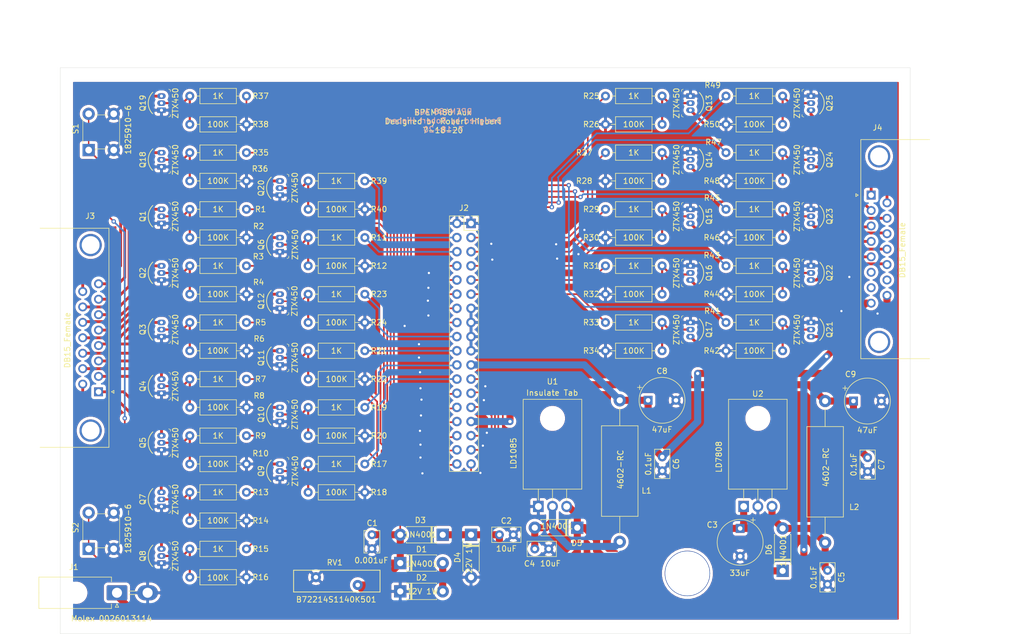
<source format=kicad_pcb>
(kicad_pcb (version 20171130) (host pcbnew "(5.1.6)-1")
  (layers (0 F.Cu signal) (31 B.Cu signal) (34 B.Paste user) (35 F.Paste user) (36 B.SilkS user) (37 F.SilkS user) (38 B.Mask user) (39 F.Mask user) (44 Edge.Cuts user))
  (net 0 "")
  (net 1 GND)
  (net 2 +BATT)
  (net 3 "Net-(C4-Pad1)")
  (net 4 "Net-(C5-Pad1)")
  (net 5 VDD)
  (net 6 +8V)
  (net 7 "Net-(D1-Pad2)")
  (net 8 /PK0)
  (net 9 /PK4)
  (net 10 /PK1)
  (net 11 /PK5)
  (net 12 /PK2)
  (net 13 /PK7)
  (net 14 /PK3)
  (net 15 /PP0)
  (net 16 /PB0)
  (net 17 /PP1)
  (net 18 /PB1)
  (net 19 /PP2)
  (net 20 /PB2)
  (net 21 /PP3)
  (net 22 /PB3)
  (net 23 /PP4)
  (net 24 /PB4)
  (net 25 /PP5)
  (net 26 /PB5)
  (net 27 /PB6)
  (net 28 /PT3)
  (net 29 /PT4)
  (net 30 /PT5)
  (net 31 /PT6)
  (net 32 /PT7)
  (net 33 /RESET)
  (net 34 /FP)
  (net 35 /Alarm)
  (net 36 /PB4out)
  (net 37 /LOP)
  (net 38 /HET)
  (net 39 /HFT)
  (net 40 /HFP)
  (net 41 /PB6out)
  (net 42 /ASD)
  (net 43 /AIOT)
  (net 44 /PP5out)
  (net 45 /HOT)
  (net 46 /HEGT)
  (net 47 /LFP)
  (net 48 /PB5out)
  (net 49 /Inj1)
  (net 50 /Inj3)
  (net 51 /Inj5)
  (net 52 /Ign1)
  (net 53 /Ign3)
  (net 54 /Ign5)
  (net 55 /Inj2)
  (net 56 /Inj4)
  (net 57 /Ign2)
  (net 58 /Ign4)
  (net 59 "Net-(Q1-Pad2)")
  (net 60 "Net-(Q2-Pad2)")
  (net 61 "Net-(Q3-Pad2)")
  (net 62 "Net-(Q4-Pad2)")
  (net 63 "Net-(Q5-Pad2)")
  (net 64 "Net-(Q6-Pad2)")
  (net 65 "Net-(Q7-Pad2)")
  (net 66 "Net-(Q8-Pad2)")
  (net 67 "Net-(Q9-Pad2)")
  (net 68 "Net-(Q10-Pad2)")
  (net 69 "Net-(Q11-Pad2)")
  (net 70 "Net-(Q12-Pad2)")
  (net 71 "Net-(Q13-Pad2)")
  (net 72 "Net-(Q14-Pad2)")
  (net 73 "Net-(Q15-Pad2)")
  (net 74 "Net-(Q16-Pad2)")
  (net 75 "Net-(Q17-Pad2)")
  (net 76 "Net-(Q18-Pad2)")
  (net 77 "Net-(Q19-Pad2)")
  (net 78 "Net-(Q20-Pad2)")
  (net 79 "Net-(Q21-Pad2)")
  (net 80 "Net-(Q22-Pad2)")
  (net 81 "Net-(Q23-Pad2)")
  (net 82 "Net-(Q24-Pad2)")
  (net 83 "Net-(Q25-Pad2)")
  (net 84 /PA0)
  (net 85 +12V)
  (net 86 "Net-(J4-Pad14)")
  (net 87 "Net-(J4-Pad7)")
  (net 88 "Net-(J4-Pad6)")
  (module Connector_Dsub:DSUB-15_Female_Horizontal_P2.77x2.84mm_EdgePinOffset7.70mm_Housed_MountingHolesOffset9.12mm (layer F.Cu) (at 196.215 73.66 90)
    (fp_text reference J4 (at 12.1 1.145 180) (layer F.SilkS))
    (fp_text value DB15_Female (at -9.89 5.585 90) (layer F.SilkS))
    (pad 0 thru_hole circle (at 6.955 1.42 90) (size 4 4) (drill 3.2) (layers *.Cu *.Mask))
    (pad 0 thru_hole circle (at -26.345 1.42 90) (size 4 4) (drill 3.2) (layers *.Cu *.Mask))
    (pad 15 thru_hole circle (at -18.005 2.84 90) (size 1.6 1.6) (drill 1) (layers *.Cu *.Mask) (net 5 VDD))
    (pad 14 thru_hole circle (at -15.235 2.84 90) (size 1.6 1.6) (drill 1) (layers *.Cu *.Mask) (net 86 "Net-(J4-Pad14)"))
    (pad 13 thru_hole circle (at -12.465 2.84 90) (size 1.6 1.6) (drill 1) (layers *.Cu *.Mask) (net 54 /Ign5))
    (pad 12 thru_hole circle (at -9.695 2.84 90) (size 1.6 1.6) (drill 1) (layers *.Cu *.Mask) (net 58 /Ign4))
    (pad 11 thru_hole circle (at -6.925 2.84 90) (size 1.6 1.6) (drill 1) (layers *.Cu *.Mask) (net 53 /Ign3))
    (pad 10 thru_hole circle (at -4.155 2.84 90) (size 1.6 1.6) (drill 1) (layers *.Cu *.Mask) (net 57 /Ign2))
    (pad 9 thru_hole circle (at -1.385 2.84 90) (size 1.6 1.6) (drill 1) (layers *.Cu *.Mask) (net 51 /Inj5))
    (pad 8 thru_hole circle (at -19.39 0 90) (size 1.6 1.6) (drill 1) (layers *.Cu *.Mask) (net 2 +BATT))
    (pad 7 thru_hole circle (at -16.62 0 90) (size 1.6 1.6) (drill 1) (layers *.Cu *.Mask) (net 87 "Net-(J4-Pad7)"))
    (pad 6 thru_hole circle (at -13.85 0 90) (size 1.6 1.6) (drill 1) (layers *.Cu *.Mask) (net 88 "Net-(J4-Pad6)"))
    (pad 5 thru_hole circle (at -11.08 0 90) (size 1.6 1.6) (drill 1) (layers *.Cu *.Mask) (net 49 /Inj1))
    (pad 4 thru_hole circle (at -8.31 0 90) (size 1.6 1.6) (drill 1) (layers *.Cu *.Mask) (net 55 /Inj2))
    (pad 3 thru_hole circle (at -5.54 0 90) (size 1.6 1.6) (drill 1) (layers *.Cu *.Mask) (net 50 /Inj3))
    (pad 2 thru_hole circle (at -2.77 0 90) (size 1.6 1.6) (drill 1) (layers *.Cu *.Mask) (net 56 /Inj4))
    (pad 1 thru_hole rect (at 0 0 90) (size 1.6 1.6) (drill 1) (layers *.Cu *.Mask) (net 52 /Ign1))
  )
  (module Connector_Dsub:DSUB-15_Female_Horizontal_P2.77x2.84mm_EdgePinOffset7.70mm_Housed_MountingHolesOffset9.12mm (layer F.Cu) (at 57.658 108.966 270)
    (fp_text reference J3 (at -31.546 1.508 180) (layer F.SilkS))
    (fp_text value DB15_Female (at -9.256 5.588 90) (layer F.SilkS))
    (pad 0 thru_hole circle (at 6.955 1.42 270) (size 4 4) (drill 3.2) (layers *.Cu *.Mask))
    (pad 0 thru_hole circle (at -26.345 1.42 270) (size 4 4) (drill 3.2) (layers *.Cu *.Mask))
    (pad 15 thru_hole circle (at -18.005 2.84 270) (size 1.6 1.6) (drill 1) (layers *.Cu *.Mask) (net 47 /LFP))
    (pad 14 thru_hole circle (at -15.235 2.84 270) (size 1.6 1.6) (drill 1) (layers *.Cu *.Mask) (net 34 /FP))
    (pad 13 thru_hole circle (at -12.465 2.84 270) (size 1.6 1.6) (drill 1) (layers *.Cu *.Mask) (net 42 /ASD))
    (pad 12 thru_hole circle (at -9.695 2.84 270) (size 1.6 1.6) (drill 1) (layers *.Cu *.Mask) (net 35 /Alarm))
    (pad 11 thru_hole circle (at -6.925 2.84 270) (size 1.6 1.6) (drill 1) (layers *.Cu *.Mask) (net 43 /AIOT))
    (pad 10 thru_hole circle (at -4.155 2.84 270) (size 1.6 1.6) (drill 1) (layers *.Cu *.Mask) (net 36 /PB4out))
    (pad 9 thru_hole circle (at -1.385 2.84 270) (size 1.6 1.6) (drill 1) (layers *.Cu *.Mask) (net 41 /PB6out))
    (pad 8 thru_hole circle (at -19.39 0 270) (size 1.6 1.6) (drill 1) (layers *.Cu *.Mask) (net 39 /HFT))
    (pad 7 thru_hole circle (at -16.62 0 270) (size 1.6 1.6) (drill 1) (layers *.Cu *.Mask) (net 40 /HFP))
    (pad 6 thru_hole circle (at -13.85 0 270) (size 1.6 1.6) (drill 1) (layers *.Cu *.Mask) (net 44 /PP5out))
    (pad 5 thru_hole circle (at -11.08 0 270) (size 1.6 1.6) (drill 1) (layers *.Cu *.Mask) (net 46 /HEGT))
    (pad 4 thru_hole circle (at -8.31 0 270) (size 1.6 1.6) (drill 1) (layers *.Cu *.Mask) (net 38 /HET))
    (pad 3 thru_hole circle (at -5.54 0 270) (size 1.6 1.6) (drill 1) (layers *.Cu *.Mask) (net 45 /HOT))
    (pad 2 thru_hole circle (at -2.77 0 270) (size 1.6 1.6) (drill 1) (layers *.Cu *.Mask) (net 37 /LOP))
    (pad 1 thru_hole rect (at 0 0 270) (size 1.6 1.6) (drill 1) (layers *.Cu *.Mask) (net 48 /PB5out))
  )
  (module MountingHole:MountingHole_3mm_Pad (layer F.Cu) (at 163.26 141.56)
    (fp_text reference REF** hide)
    (fp_text value MountingHole_3mm_Pad hide)
    (pad "" thru_hole circle (at 0 0) (size 8.128 8.128) (drill 7.9248) (layers *.Cu *.Mask))
  )
  (module Package_TO_SOT_THT:TO-220F-3_Horizontal_TabDown (layer F.Cu) (at 173.355 129.54)
    (fp_text reference U2 (at 2.54 -20.22) (layer F.SilkS))
    (fp_text value LD7808 (at -4.445 -8.89 90) (layer F.SilkS))
    (pad 3 thru_hole oval (at 5.08 0) (size 1.905 2) (drill 1.2) (layers *.Cu *.Mask) (net 4 "Net-(C5-Pad1)"))
    (pad 2 thru_hole oval (at 2.54 0) (size 1.905 2) (drill 1.2) (layers *.Cu *.Mask) (net 1 GND))
    (pad 1 thru_hole rect (at 0 0) (size 1.905 2) (drill 1.2) (layers *.Cu *.Mask) (net 85 +12V))
    (pad "" np_thru_hole oval (at 2.54 -15.8) (size 3.5 3.5) (drill 3.5) (layers *.Cu *.Mask))
  )
  (module Package_TO_SOT_THT:TO-220F-3_Horizontal_TabDown (layer F.Cu) (at 136.525 129.54)
    (fp_text reference U1 (at 2.545 -22.42) (layer F.SilkS))
    (fp_text value LD1085 (at -4.445 -9.525 90) (layer F.SilkS))
    (pad 3 thru_hole oval (at 5.08 0) (size 1.905 2) (drill 1.2) (layers *.Cu *.Mask) (net 85 +12V))
    (pad 2 thru_hole oval (at 2.54 0) (size 1.905 2) (drill 1.2) (layers *.Cu *.Mask) (net 3 "Net-(C4-Pad1)"))
    (pad 1 thru_hole rect (at 0 0) (size 1.905 2) (drill 1.2) (layers *.Cu *.Mask) (net 1 GND))
    (pad "" np_thru_hole oval (at 2.54 -15.8) (size 3.5 3.5) (drill 3.5) (layers *.Cu *.Mask))
  )
  (module Varistor:RV_Disc_D15.5mm_W3.9mm_P7.5mm (layer F.Cu) (at 104.14 143.637 180)
    (fp_text reference RV1 (at 4.12 4.037) (layer F.SilkS))
    (fp_text value B72214S1140K501 (at 3.86 -2.613) (layer F.SilkS))
    (pad 2 thru_hole circle (at 7.5 1.4 180) (size 1.8 1.8) (drill 0.8) (layers *.Cu *.Mask) (net 1 GND))
    (pad 1 thru_hole circle (at 0 0 180) (size 1.8 1.8) (drill 0.8) (layers *.Cu *.Mask) (net 2 +BATT))
  )
  (module Capacitor_THT:C_Disc_D3.8mm_W2.6mm_P2.50mm (layer F.Cu) (at 106.68 134.62 270)
    (fp_text reference C1 (at -2.09 -0.05 180) (layer F.SilkS))
    (fp_text value 0.001uF (at 4.6 0.1 180) (layer F.SilkS))
    (pad 1 thru_hole circle (at 0 0 270) (size 1.6 1.6) (drill 0.8) (layers *.Cu *.Mask) (net 2 +BATT))
    (pad 2 thru_hole circle (at 2.5 0 270) (size 1.6 1.6) (drill 0.8) (layers *.Cu *.Mask) (net 1 GND))
  )
  (module Capacitor_THT:CP_Radial_Tantal_D8.0mm_P5.00mm (layer F.Cu) (at 172.72 133.47954 270)
    (fp_text reference C3 (at -0.63954 5 180) (layer F.SilkS))
    (fp_text value 33uF (at 8.01046 0.05 180) (layer F.SilkS))
    (pad 2 thru_hole circle (at 5 0 270) (size 1.6 1.6) (drill 0.8) (layers *.Cu *.Mask) (net 1 GND))
    (pad 1 thru_hole rect (at 0 0 270) (size 1.6 1.6) (drill 0.8) (layers *.Cu *.Mask) (net 85 +12V))
  )
  (module Capacitor_THT:C_Disc_D5.0mm_W2.5mm_P2.50mm (layer F.Cu) (at 158.75 120.65 270)
    (fp_text reference C6 (at 1.25 -2.5 90) (layer F.SilkS))
    (fp_text value 0.1uF (at 1.25 2.5 90) (layer F.SilkS))
    (pad 2 thru_hole circle (at 2.5 0 270) (size 1.6 1.6) (drill 0.8) (layers *.Cu *.Mask) (net 1 GND))
    (pad 1 thru_hole circle (at 0 0 270) (size 1.6 1.6) (drill 0.8) (layers *.Cu *.Mask) (net 5 VDD))
  )
  (module Capacitor_THT:C_Disc_D5.0mm_W2.5mm_P2.50mm (layer F.Cu) (at 195.58 120.77954 270)
    (fp_text reference C7 (at 1.25 -2.5 90) (layer F.SilkS))
    (fp_text value 0.1uF (at 1.25 2.5 90) (layer F.SilkS))
    (pad 1 thru_hole circle (at 0 0 270) (size 1.6 1.6) (drill 0.8) (layers *.Cu *.Mask) (net 6 +8V))
    (pad 2 thru_hole circle (at 2.5 0 270) (size 1.6 1.6) (drill 0.8) (layers *.Cu *.Mask) (net 1 GND))
  )
  (module Capacitor_THT:CP_Radial_Tantal_D8.0mm_P5.00mm (layer F.Cu) (at 156.21 110.49)
    (fp_text reference C8 (at 2.5 -5.25) (layer F.SilkS))
    (fp_text value 47uF (at 2.5 5.25) (layer F.SilkS))
    (pad 2 thru_hole circle (at 5 0) (size 1.6 1.6) (drill 0.8) (layers *.Cu *.Mask) (net 1 GND))
    (pad 1 thru_hole rect (at 0 0) (size 1.6 1.6) (drill 0.8) (layers *.Cu *.Mask) (net 5 VDD))
  )
  (module Capacitor_THT:CP_Radial_Tantal_D8.0mm_P5.00mm (layer F.Cu) (at 193.04 110.61954)
    (fp_text reference C9 (at -0.52 -4.80954) (layer F.SilkS))
    (fp_text value 47uF (at 2.5 5.25) (layer F.SilkS))
    (pad 1 thru_hole rect (at 0 0) (size 1.6 1.6) (drill 0.8) (layers *.Cu *.Mask) (net 6 +8V))
    (pad 2 thru_hole circle (at 5 0) (size 1.6 1.6) (drill 0.8) (layers *.Cu *.Mask) (net 1 GND))
  )
  (module Diode_THT:D_DO-41_SOD81_P7.62mm_Horizontal (layer F.Cu) (at 111.76 139.7)
    (fp_text reference D1 (at 3.81 -2.47) (layer F.SilkS))
    (fp_text value 1N4001 (at 3.87 0.14) (layer F.SilkS))
    (pad 1 thru_hole rect (at 0 0) (size 2.2 2.2) (drill 1.1) (layers *.Cu *.Mask) (net 2 +BATT))
    (pad 2 thru_hole oval (at 7.62 0) (size 2.2 2.2) (drill 1.1) (layers *.Cu *.Mask) (net 7 "Net-(D1-Pad2)"))
  )
  (module Diode_THT:D_DO-41_SOD81_P7.62mm_Horizontal (layer F.Cu) (at 111.76 144.78)
    (fp_text reference D2 (at 3.81 -2.47) (layer F.SilkS))
    (fp_text value "12V 1W" (at 3.97 0.01) (layer F.SilkS))
    (pad 2 thru_hole oval (at 7.62 0) (size 2.2 2.2) (drill 1.1) (layers *.Cu *.Mask) (net 7 "Net-(D1-Pad2)"))
    (pad 1 thru_hole rect (at 0 0) (size 2.2 2.2) (drill 1.1) (layers *.Cu *.Mask) (net 1 GND))
  )
  (module Diode_THT:D_DO-41_SOD81_P7.62mm_Horizontal (layer F.Cu) (at 119.38 134.62 180)
    (fp_text reference D3 (at 4.01 2.6) (layer F.SilkS))
    (fp_text value 1N4001 (at 4.01 0.03) (layer F.SilkS))
    (pad 1 thru_hole rect (at 0 0 180) (size 2.2 2.2) (drill 1.1) (layers *.Cu *.Mask) (net 85 +12V))
    (pad 2 thru_hole oval (at 7.62 0 180) (size 2.2 2.2) (drill 1.1) (layers *.Cu *.Mask) (net 2 +BATT))
  )
  (module Diode_THT:D_DO-41_SOD81_P7.62mm_Horizontal (layer F.Cu) (at 124.46 134.62 270)
    (fp_text reference D4 (at 4.07 2.43 90) (layer F.SilkS))
    (fp_text value "22V 1W" (at 4.13 0.35 90) (layer F.SilkS))
    (pad 2 thru_hole oval (at 7.62 0 270) (size 2.2 2.2) (drill 1.1) (layers *.Cu *.Mask) (net 1 GND))
    (pad 1 thru_hole rect (at 0 0 270) (size 2.2 2.2) (drill 1.1) (layers *.Cu *.Mask) (net 85 +12V))
  )
  (module Diode_THT:D_DO-41_SOD81_P7.62mm_Horizontal (layer F.Cu) (at 143.51 133.35 180)
    (fp_text reference D5 (at 0.08 -2.76) (layer F.SilkS))
    (fp_text value 1N4001 (at 3.67 0.25) (layer F.SilkS))
    (pad 2 thru_hole oval (at 7.62 0 180) (size 2.2 2.2) (drill 1.1) (layers *.Cu *.Mask) (net 3 "Net-(C4-Pad1)"))
    (pad 1 thru_hole rect (at 0 0 180) (size 2.2 2.2) (drill 1.1) (layers *.Cu *.Mask) (net 85 +12V))
  )
  (module Diode_THT:D_DO-41_SOD81_P7.62mm_Horizontal (layer F.Cu) (at 180.34 141.09954 90)
    (fp_text reference D6 (at 3.81 -2.47 90) (layer F.SilkS))
    (fp_text value 1N4001 (at 3.66954 0.1 90) (layer F.SilkS))
    (pad 1 thru_hole rect (at 0 0 90) (size 2.2 2.2) (drill 1.1) (layers *.Cu *.Mask) (net 85 +12V))
    (pad 2 thru_hole oval (at 7.62 0 90) (size 2.2 2.2) (drill 1.1) (layers *.Cu *.Mask) (net 4 "Net-(C5-Pad1)"))
  )
  (module Connector_Molex:Molex_Mini-Fit_Jr_5569-02A2_2x01_P4.20mm_Horizontal (layer F.Cu) (at 60.96 145.034 90)
    (fp_text reference J1 (at 4.614 -7.76 180) (layer F.SilkS))
    (fp_text value "Molex 0026013114 " (at -4.616 -0.6 180) (layer F.SilkS))
    (pad 1 thru_hole roundrect (at 0 0 90) (size 2.7 3.7) (drill 1.8) (layers *.Cu *.Mask) (roundrect_rratio 0.09259299999999999) (net 2 +BATT))
    (pad 2 thru_hole oval (at 0 5.5 90) (size 2.7 3.7) (drill 1.8) (layers *.Cu *.Mask) (net 1 GND))
    (pad "" np_thru_hole circle (at 0 -7.3 90) (size 3 3) (drill 3) (layers *.Cu *.Mask))
  )
  (module Inductor_THT:L_Axial_L16.0mm_D6.3mm_P25.40mm_Horizontal_Fastron_VHBCC (layer F.Cu) (at 151.13 135.89 90)
    (fp_text reference L1 (at 9.18 4.8 180) (layer F.SilkS))
    (fp_text value 4602-RC (at 12.98 0.14 90) (layer F.SilkS))
    (pad 1 thru_hole circle (at 0 0 90) (size 2.2 2.2) (drill 1.1) (layers *.Cu *.Mask) (net 3 "Net-(C4-Pad1)"))
    (pad 2 thru_hole oval (at 25.4 0 90) (size 2.2 2.2) (drill 1.1) (layers *.Cu *.Mask) (net 5 VDD))
  )
  (module Inductor_THT:L_Axial_L16.0mm_D6.3mm_P25.40mm_Horizontal_Fastron_VHBCC (layer F.Cu) (at 187.96 136.01954 90)
    (fp_text reference L2 (at 6.36954 5.22 180) (layer F.SilkS))
    (fp_text value 4602-RC (at 13.51954 0.15 90) (layer F.SilkS))
    (pad 2 thru_hole oval (at 25.4 0 90) (size 2.2 2.2) (drill 1.1) (layers *.Cu *.Mask) (net 6 +8V))
    (pad 1 thru_hole circle (at 0 0 90) (size 2.2 2.2) (drill 1.1) (layers *.Cu *.Mask) (net 4 "Net-(C5-Pad1)"))
  )
  (module digikey-footprints:TO-92-3 (layer F.Cu) (at 68.94068 78.74 90)
    (fp_text reference Q1 (at 1.27 -3.35 90) (layer F.SilkS))
    (fp_text value ZTX450 (at 1.27 2.5 90) (layer F.SilkS))
    (pad 2 thru_hole oval (at 1.27 0 270) (size 1 1.5) (drill 0.55) (layers *.Cu *.Mask) (net 59 "Net-(Q1-Pad2)"))
    (pad 3 thru_hole oval (at 2.54 0 270) (size 1 1.5) (drill 0.55) (layers *.Cu *.Mask) (net 34 /FP))
    (pad 1 thru_hole rect (at 0 0 270) (size 1 1.5) (drill 0.55) (layers *.Cu *.Mask) (net 1 GND))
  )
  (module digikey-footprints:TO-92-3 (layer F.Cu) (at 68.94068 88.9 90)
    (fp_text reference Q2 (at 1.27 -3.35 90) (layer F.SilkS))
    (fp_text value ZTX450 (at 1.27 2.5 90) (layer F.SilkS))
    (pad 1 thru_hole rect (at 0 0 270) (size 1 1.5) (drill 0.55) (layers *.Cu *.Mask) (net 1 GND))
    (pad 3 thru_hole oval (at 2.54 0 270) (size 1 1.5) (drill 0.55) (layers *.Cu *.Mask) (net 42 /ASD))
    (pad 2 thru_hole oval (at 1.27 0 270) (size 1 1.5) (drill 0.55) (layers *.Cu *.Mask) (net 60 "Net-(Q2-Pad2)"))
  )
  (module digikey-footprints:TO-92-3 (layer F.Cu) (at 68.94068 99.06 90)
    (fp_text reference Q3 (at 1.27 -3.35 90) (layer F.SilkS))
    (fp_text value ZTX450 (at 1.27 2.5 90) (layer F.SilkS))
    (pad 1 thru_hole rect (at 0 0 270) (size 1 1.5) (drill 0.55) (layers *.Cu *.Mask) (net 1 GND))
    (pad 3 thru_hole oval (at 2.54 0 270) (size 1 1.5) (drill 0.55) (layers *.Cu *.Mask) (net 35 /Alarm))
    (pad 2 thru_hole oval (at 1.27 0 270) (size 1 1.5) (drill 0.55) (layers *.Cu *.Mask) (net 61 "Net-(Q3-Pad2)"))
  )
  (module digikey-footprints:TO-92-3 (layer F.Cu) (at 68.94068 109.22 90)
    (fp_text reference Q4 (at 1.27 -3.35 90) (layer F.SilkS))
    (fp_text value ZTX450 (at 1.27 2.5 90) (layer F.SilkS))
    (pad 2 thru_hole oval (at 1.27 0 270) (size 1 1.5) (drill 0.55) (layers *.Cu *.Mask) (net 62 "Net-(Q4-Pad2)"))
    (pad 3 thru_hole oval (at 2.54 0 270) (size 1 1.5) (drill 0.55) (layers *.Cu *.Mask) (net 43 /AIOT))
    (pad 1 thru_hole rect (at 0 0 270) (size 1 1.5) (drill 0.55) (layers *.Cu *.Mask) (net 1 GND))
  )
  (module digikey-footprints:TO-92-3 (layer F.Cu) (at 68.94068 119.38 90)
    (fp_text reference Q5 (at 1.27 -3.35 90) (layer F.SilkS))
    (fp_text value ZTX450 (at 1.27 2.5 90) (layer F.SilkS))
    (pad 1 thru_hole rect (at 0 0 270) (size 1 1.5) (drill 0.55) (layers *.Cu *.Mask) (net 1 GND))
    (pad 3 thru_hole oval (at 2.54 0 270) (size 1 1.5) (drill 0.55) (layers *.Cu *.Mask) (net 36 /PB4out))
    (pad 2 thru_hole oval (at 1.27 0 270) (size 1 1.5) (drill 0.55) (layers *.Cu *.Mask) (net 63 "Net-(Q5-Pad2)"))
  )
  (module digikey-footprints:TO-92-3 (layer F.Cu) (at 90.17 83.82 90)
    (fp_text reference Q6 (at 1.27 -3.35 90) (layer F.SilkS))
    (fp_text value ZTX450 (at 1.3 2.75 90) (layer F.SilkS))
    (pad 1 thru_hole rect (at 0 0 270) (size 1 1.5) (drill 0.55) (layers *.Cu *.Mask) (net 1 GND))
    (pad 3 thru_hole oval (at 2.54 0 270) (size 1 1.5) (drill 0.55) (layers *.Cu *.Mask) (net 44 /PP5out))
    (pad 2 thru_hole oval (at 1.27 0 270) (size 1 1.5) (drill 0.55) (layers *.Cu *.Mask) (net 64 "Net-(Q6-Pad2)"))
  )
  (module digikey-footprints:TO-92-3 (layer F.Cu) (at 68.94068 129.54 90)
    (fp_text reference Q7 (at 1.27 -3.35 90) (layer F.SilkS))
    (fp_text value ZTX450 (at 1.27 2.5 90) (layer F.SilkS))
    (pad 2 thru_hole oval (at 1.27 0 270) (size 1 1.5) (drill 0.55) (layers *.Cu *.Mask) (net 65 "Net-(Q7-Pad2)"))
    (pad 3 thru_hole oval (at 2.54 0 270) (size 1 1.5) (drill 0.55) (layers *.Cu *.Mask) (net 48 /PB5out))
    (pad 1 thru_hole rect (at 0 0 270) (size 1 1.5) (drill 0.55) (layers *.Cu *.Mask) (net 1 GND))
  )
  (module digikey-footprints:TO-92-3 (layer F.Cu) (at 68.94068 139.7 90)
    (fp_text reference Q8 (at 1.27 -3.35 90) (layer F.SilkS))
    (fp_text value ZTX450 (at 1.27 2.5 90) (layer F.SilkS))
    (pad 1 thru_hole rect (at 0 0 270) (size 1 1.5) (drill 0.55) (layers *.Cu *.Mask) (net 1 GND))
    (pad 3 thru_hole oval (at 2.54 0 270) (size 1 1.5) (drill 0.55) (layers *.Cu *.Mask) (net 41 /PB6out))
    (pad 2 thru_hole oval (at 1.27 0 270) (size 1 1.5) (drill 0.55) (layers *.Cu *.Mask) (net 66 "Net-(Q8-Pad2)"))
  )
  (module digikey-footprints:TO-92-3 (layer F.Cu) (at 90.17 124.46 90)
    (fp_text reference Q9 (at 1.27 -3.35 90) (layer F.SilkS))
    (fp_text value ZTX450 (at 1.27 2.75 90) (layer F.SilkS))
    (pad 2 thru_hole oval (at 1.27 0 270) (size 1 1.5) (drill 0.55) (layers *.Cu *.Mask) (net 67 "Net-(Q9-Pad2)"))
    (pad 3 thru_hole oval (at 2.54 0 270) (size 1 1.5) (drill 0.55) (layers *.Cu *.Mask) (net 37 /LOP))
    (pad 1 thru_hole rect (at 0 0 270) (size 1 1.5) (drill 0.55) (layers *.Cu *.Mask) (net 1 GND))
  )
  (module digikey-footprints:TO-92-3 (layer F.Cu) (at 90.17 114.3 90)
    (fp_text reference Q10 (at 1.27 -3.35 90) (layer F.SilkS))
    (fp_text value ZTX450 (at 1.29 2.7 90) (layer F.SilkS))
    (pad 1 thru_hole rect (at 0 0 270) (size 1 1.5) (drill 0.55) (layers *.Cu *.Mask) (net 1 GND))
    (pad 3 thru_hole oval (at 2.54 0 270) (size 1 1.5) (drill 0.55) (layers *.Cu *.Mask) (net 45 /HOT))
    (pad 2 thru_hole oval (at 1.27 0 270) (size 1 1.5) (drill 0.55) (layers *.Cu *.Mask) (net 68 "Net-(Q10-Pad2)"))
  )
  (module digikey-footprints:TO-92-3 (layer F.Cu) (at 90.17 104.14 90)
    (fp_text reference Q11 (at 1.27 -3.35 90) (layer F.SilkS))
    (fp_text value ZTX450 (at 1.33 2.7 90) (layer F.SilkS))
    (pad 2 thru_hole oval (at 1.27 0 270) (size 1 1.5) (drill 0.55) (layers *.Cu *.Mask) (net 69 "Net-(Q11-Pad2)"))
    (pad 3 thru_hole oval (at 2.54 0 270) (size 1 1.5) (drill 0.55) (layers *.Cu *.Mask) (net 38 /HET))
    (pad 1 thru_hole rect (at 0 0 270) (size 1 1.5) (drill 0.55) (layers *.Cu *.Mask) (net 1 GND))
  )
  (module digikey-footprints:TO-92-3 (layer F.Cu) (at 90.17 93.98 90)
    (fp_text reference Q12 (at 1.27 -3.35 90) (layer F.SilkS))
    (fp_text value ZTX450 (at 1.32 2.65 90) (layer F.SilkS))
    (pad 2 thru_hole oval (at 1.27 0 270) (size 1 1.5) (drill 0.55) (layers *.Cu *.Mask) (net 70 "Net-(Q12-Pad2)"))
    (pad 3 thru_hole oval (at 2.54 0 270) (size 1 1.5) (drill 0.55) (layers *.Cu *.Mask) (net 46 /HEGT))
    (pad 1 thru_hole rect (at 0 0 270) (size 1 1.5) (drill 0.55) (layers *.Cu *.Mask) (net 1 GND))
  )
  (module digikey-footprints:TO-92-3 (layer F.Cu) (at 163.8046 55.88 270)
    (fp_text reference Q13 (at 1.27 -3.35 90) (layer F.SilkS))
    (fp_text value ZTX450 (at 1.27 2.5 90) (layer F.SilkS))
    (pad 2 thru_hole oval (at 1.27 0 90) (size 1 1.5) (drill 0.55) (layers *.Cu *.Mask) (net 71 "Net-(Q13-Pad2)"))
    (pad 3 thru_hole oval (at 2.54 0 90) (size 1 1.5) (drill 0.55) (layers *.Cu *.Mask) (net 52 /Ign1))
    (pad 1 thru_hole rect (at 0 0 90) (size 1 1.5) (drill 0.55) (layers *.Cu *.Mask) (net 1 GND))
  )
  (module digikey-footprints:TO-92-3 (layer F.Cu) (at 163.8046 66.04 270)
    (fp_text reference Q14 (at 1.27 -3.35 90) (layer F.SilkS))
    (fp_text value ZTX450 (at 1.27 2.5 90) (layer F.SilkS))
    (pad 1 thru_hole rect (at 0 0 90) (size 1 1.5) (drill 0.55) (layers *.Cu *.Mask) (net 1 GND))
    (pad 3 thru_hole oval (at 2.54 0 90) (size 1 1.5) (drill 0.55) (layers *.Cu *.Mask) (net 57 /Ign2))
    (pad 2 thru_hole oval (at 1.27 0 90) (size 1 1.5) (drill 0.55) (layers *.Cu *.Mask) (net 72 "Net-(Q14-Pad2)"))
  )
  (module digikey-footprints:TO-92-3 (layer F.Cu) (at 163.8046 76.2 270)
    (fp_text reference Q15 (at 1.27 -3.35 90) (layer F.SilkS))
    (fp_text value ZTX450 (at 1.27 2.5 90) (layer F.SilkS))
    (pad 2 thru_hole oval (at 1.27 0 90) (size 1 1.5) (drill 0.55) (layers *.Cu *.Mask) (net 73 "Net-(Q15-Pad2)"))
    (pad 3 thru_hole oval (at 2.54 0 90) (size 1 1.5) (drill 0.55) (layers *.Cu *.Mask) (net 53 /Ign3))
    (pad 1 thru_hole rect (at 0 0 90) (size 1 1.5) (drill 0.55) (layers *.Cu *.Mask) (net 1 GND))
  )
  (module digikey-footprints:TO-92-3 (layer F.Cu) (at 163.8046 86.36 270)
    (fp_text reference Q16 (at 1.27 -3.35 90) (layer F.SilkS))
    (fp_text value ZTX450 (at 1.27 2.5 90) (layer F.SilkS))
    (pad 1 thru_hole rect (at 0 0 90) (size 1 1.5) (drill 0.55) (layers *.Cu *.Mask) (net 1 GND))
    (pad 3 thru_hole oval (at 2.54 0 90) (size 1 1.5) (drill 0.55) (layers *.Cu *.Mask) (net 58 /Ign4))
    (pad 2 thru_hole oval (at 1.27 0 90) (size 1 1.5) (drill 0.55) (layers *.Cu *.Mask) (net 74 "Net-(Q16-Pad2)"))
  )
  (module digikey-footprints:TO-92-3 (layer F.Cu) (at 163.8046 96.52 270)
    (fp_text reference Q17 (at 1.27 -3.35 90) (layer F.SilkS))
    (fp_text value ZTX450 (at 1.27 2.5 90) (layer F.SilkS))
    (pad 2 thru_hole oval (at 1.27 0 90) (size 1 1.5) (drill 0.55) (layers *.Cu *.Mask) (net 75 "Net-(Q17-Pad2)"))
    (pad 3 thru_hole oval (at 2.54 0 90) (size 1 1.5) (drill 0.55) (layers *.Cu *.Mask) (net 54 /Ign5))
    (pad 1 thru_hole rect (at 0 0 90) (size 1 1.5) (drill 0.55) (layers *.Cu *.Mask) (net 1 GND))
  )
  (module digikey-footprints:TO-92-3 (layer F.Cu) (at 68.94068 68.58 90)
    (fp_text reference Q18 (at 1.27 -3.35 90) (layer F.SilkS))
    (fp_text value ZTX450 (at 1.27 2.5 90) (layer F.SilkS))
    (pad 1 thru_hole rect (at 0 0 270) (size 1 1.5) (drill 0.55) (layers *.Cu *.Mask) (net 1 GND))
    (pad 3 thru_hole oval (at 2.54 0 270) (size 1 1.5) (drill 0.55) (layers *.Cu *.Mask) (net 39 /HFT))
    (pad 2 thru_hole oval (at 1.27 0 270) (size 1 1.5) (drill 0.55) (layers *.Cu *.Mask) (net 76 "Net-(Q18-Pad2)"))
  )
  (module digikey-footprints:TO-92-3 (layer F.Cu) (at 68.94068 58.42 90)
    (fp_text reference Q19 (at 1.27 -3.35 90) (layer F.SilkS))
    (fp_text value ZTX450 (at 1.27 2.5 90) (layer F.SilkS))
    (pad 2 thru_hole oval (at 1.27 0 270) (size 1 1.5) (drill 0.55) (layers *.Cu *.Mask) (net 77 "Net-(Q19-Pad2)"))
    (pad 3 thru_hole oval (at 2.54 0 270) (size 1 1.5) (drill 0.55) (layers *.Cu *.Mask) (net 47 /LFP))
    (pad 1 thru_hole rect (at 0 0 270) (size 1 1.5) (drill 0.55) (layers *.Cu *.Mask) (net 1 GND))
  )
  (module digikey-footprints:TO-92-3 (layer F.Cu) (at 90.17 73.66 90)
    (fp_text reference Q20 (at 1.27 -3.35 90) (layer F.SilkS))
    (fp_text value ZTX450 (at 1.34 2.7 90) (layer F.SilkS))
    (pad 1 thru_hole rect (at 0 0 270) (size 1 1.5) (drill 0.55) (layers *.Cu *.Mask) (net 1 GND))
    (pad 3 thru_hole oval (at 2.54 0 270) (size 1 1.5) (drill 0.55) (layers *.Cu *.Mask) (net 40 /HFP))
    (pad 2 thru_hole oval (at 1.27 0 270) (size 1 1.5) (drill 0.55) (layers *.Cu *.Mask) (net 78 "Net-(Q20-Pad2)"))
  )
  (module digikey-footprints:TO-92-3 (layer F.Cu) (at 185.42 96.52 270)
    (fp_text reference Q21 (at 1.27 -3.35 90) (layer F.SilkS))
    (fp_text value ZTX450 (at 1.27 2.5 90) (layer F.SilkS))
    (pad 2 thru_hole oval (at 1.27 0 90) (size 1 1.5) (drill 0.55) (layers *.Cu *.Mask) (net 79 "Net-(Q21-Pad2)"))
    (pad 3 thru_hole oval (at 2.54 0 90) (size 1 1.5) (drill 0.55) (layers *.Cu *.Mask) (net 49 /Inj1))
    (pad 1 thru_hole rect (at 0 0 90) (size 1 1.5) (drill 0.55) (layers *.Cu *.Mask) (net 1 GND))
  )
  (module digikey-footprints:TO-92-3 (layer F.Cu) (at 185.42 86.36 270)
    (fp_text reference Q22 (at 1.27 -3.35 90) (layer F.SilkS))
    (fp_text value ZTX450 (at 1.27 2.5 90) (layer F.SilkS))
    (pad 1 thru_hole rect (at 0 0 90) (size 1 1.5) (drill 0.55) (layers *.Cu *.Mask) (net 1 GND))
    (pad 3 thru_hole oval (at 2.54 0 90) (size 1 1.5) (drill 0.55) (layers *.Cu *.Mask) (net 55 /Inj2))
    (pad 2 thru_hole oval (at 1.27 0 90) (size 1 1.5) (drill 0.55) (layers *.Cu *.Mask) (net 80 "Net-(Q22-Pad2)"))
  )
  (module digikey-footprints:TO-92-3 (layer F.Cu) (at 185.42 76.2 270)
    (fp_text reference Q23 (at 1.27 -3.35 90) (layer F.SilkS))
    (fp_text value ZTX450 (at 1.27 2.5 90) (layer F.SilkS))
    (pad 2 thru_hole oval (at 1.27 0 90) (size 1 1.5) (drill 0.55) (layers *.Cu *.Mask) (net 81 "Net-(Q23-Pad2)"))
    (pad 3 thru_hole oval (at 2.54 0 90) (size 1 1.5) (drill 0.55) (layers *.Cu *.Mask) (net 50 /Inj3))
    (pad 1 thru_hole rect (at 0 0 90) (size 1 1.5) (drill 0.55) (layers *.Cu *.Mask) (net 1 GND))
  )
  (module digikey-footprints:TO-92-3 (layer F.Cu) (at 185.42 66.04 270)
    (fp_text reference Q24 (at 1.27 -3.35 90) (layer F.SilkS))
    (fp_text value ZTX450 (at 1.27 2.5 90) (layer F.SilkS))
    (pad 1 thru_hole rect (at 0 0 90) (size 1 1.5) (drill 0.55) (layers *.Cu *.Mask) (net 1 GND))
    (pad 3 thru_hole oval (at 2.54 0 90) (size 1 1.5) (drill 0.55) (layers *.Cu *.Mask) (net 56 /Inj4))
    (pad 2 thru_hole oval (at 1.27 0 90) (size 1 1.5) (drill 0.55) (layers *.Cu *.Mask) (net 82 "Net-(Q24-Pad2)"))
  )
  (module digikey-footprints:TO-92-3 (layer F.Cu) (at 185.42 55.88 270)
    (fp_text reference Q25 (at 1.27 -3.35 90) (layer F.SilkS))
    (fp_text value ZTX450 (at 1.27 2.5 90) (layer F.SilkS))
    (pad 2 thru_hole oval (at 1.27 0 90) (size 1 1.5) (drill 0.55) (layers *.Cu *.Mask) (net 83 "Net-(Q25-Pad2)"))
    (pad 3 thru_hole oval (at 2.54 0 90) (size 1 1.5) (drill 0.55) (layers *.Cu *.Mask) (net 51 /Inj5))
    (pad 1 thru_hole rect (at 0 0 90) (size 1 1.5) (drill 0.55) (layers *.Cu *.Mask) (net 1 GND))
  )
  (module Resistor_THT:R_Axial_DIN0207_L6.3mm_D2.5mm_P10.16mm_Horizontal (layer F.Cu) (at 74.02068 76.2)
    (fp_text reference R1 (at 12.7 0) (layer F.SilkS))
    (fp_text value 1K (at 5.08 0) (layer F.SilkS))
    (pad 2 thru_hole oval (at 10.16 0) (size 1.6 1.6) (drill 0.8) (layers *.Cu *.Mask) (net 16 /PB0))
    (pad 1 thru_hole circle (at 0 0) (size 1.6 1.6) (drill 0.8) (layers *.Cu *.Mask) (net 59 "Net-(Q1-Pad2)"))
  )
  (module Resistor_THT:R_Axial_DIN0207_L6.3mm_D2.5mm_P10.16mm_Horizontal (layer F.Cu) (at 74.02068 81.28)
    (fp_text reference R2 (at 12.34186 -2.03454) (layer F.SilkS))
    (fp_text value 100K (at 5.08 0) (layer F.SilkS))
    (pad 1 thru_hole circle (at 0 0) (size 1.6 1.6) (drill 0.8) (layers *.Cu *.Mask) (net 59 "Net-(Q1-Pad2)"))
    (pad 2 thru_hole oval (at 10.16 0) (size 1.6 1.6) (drill 0.8) (layers *.Cu *.Mask) (net 1 GND))
  )
  (module Resistor_THT:R_Axial_DIN0207_L6.3mm_D2.5mm_P10.16mm_Horizontal (layer F.Cu) (at 74.02068 86.36)
    (fp_text reference R3 (at 12.29932 -1.67) (layer F.SilkS))
    (fp_text value 1K (at 5.08 0) (layer F.SilkS))
    (pad 2 thru_hole oval (at 10.16 0) (size 1.6 1.6) (drill 0.8) (layers *.Cu *.Mask) (net 18 /PB1))
    (pad 1 thru_hole circle (at 0 0) (size 1.6 1.6) (drill 0.8) (layers *.Cu *.Mask) (net 60 "Net-(Q2-Pad2)"))
  )
  (module Resistor_THT:R_Axial_DIN0207_L6.3mm_D2.5mm_P10.16mm_Horizontal (layer F.Cu) (at 74.02068 91.44)
    (fp_text reference R4 (at 12.34186 -2.1463) (layer F.SilkS))
    (fp_text value 100K (at 5.08 0) (layer F.SilkS))
    (pad 1 thru_hole circle (at 0 0) (size 1.6 1.6) (drill 0.8) (layers *.Cu *.Mask) (net 60 "Net-(Q2-Pad2)"))
    (pad 2 thru_hole oval (at 10.16 0) (size 1.6 1.6) (drill 0.8) (layers *.Cu *.Mask) (net 1 GND))
  )
  (module Resistor_THT:R_Axial_DIN0207_L6.3mm_D2.5mm_P10.16mm_Horizontal (layer F.Cu) (at 74.02068 96.52)
    (fp_text reference R5 (at 12.7 0) (layer F.SilkS))
    (fp_text value 1K (at 5.08 0) (layer F.SilkS))
    (pad 1 thru_hole circle (at 0 0) (size 1.6 1.6) (drill 0.8) (layers *.Cu *.Mask) (net 61 "Net-(Q3-Pad2)"))
    (pad 2 thru_hole oval (at 10.16 0) (size 1.6 1.6) (drill 0.8) (layers *.Cu *.Mask) (net 20 /PB2))
  )
  (module Resistor_THT:R_Axial_DIN0207_L6.3mm_D2.5mm_P10.16mm_Horizontal (layer F.Cu) (at 74.02068 101.6)
    (fp_text reference R6 (at 12.44346 -2.15646) (layer F.SilkS))
    (fp_text value 100K (at 5.08 0) (layer F.SilkS))
    (pad 1 thru_hole circle (at 0 0) (size 1.6 1.6) (drill 0.8) (layers *.Cu *.Mask) (net 61 "Net-(Q3-Pad2)"))
    (pad 2 thru_hole oval (at 10.16 0) (size 1.6 1.6) (drill 0.8) (layers *.Cu *.Mask) (net 1 GND))
  )
  (module Resistor_THT:R_Axial_DIN0207_L6.3mm_D2.5mm_P10.16mm_Horizontal (layer F.Cu) (at 74.02068 106.68)
    (fp_text reference R7 (at 12.7 0) (layer F.SilkS))
    (fp_text value 1K (at 5.08 0) (layer F.SilkS))
    (pad 2 thru_hole oval (at 10.16 0) (size 1.6 1.6) (drill 0.8) (layers *.Cu *.Mask) (net 22 /PB3))
    (pad 1 thru_hole circle (at 0 0) (size 1.6 1.6) (drill 0.8) (layers *.Cu *.Mask) (net 62 "Net-(Q4-Pad2)"))
  )
  (module Resistor_THT:R_Axial_DIN0207_L6.3mm_D2.5mm_P10.16mm_Horizontal (layer F.Cu) (at 74.02068 111.76)
    (fp_text reference R8 (at 12.44346 -2.09296) (layer F.SilkS))
    (fp_text value 100K (at 5.08 0) (layer F.SilkS))
    (pad 2 thru_hole oval (at 10.16 0) (size 1.6 1.6) (drill 0.8) (layers *.Cu *.Mask) (net 1 GND))
    (pad 1 thru_hole circle (at 0 0) (size 1.6 1.6) (drill 0.8) (layers *.Cu *.Mask) (net 62 "Net-(Q4-Pad2)"))
  )
  (module Resistor_THT:R_Axial_DIN0207_L6.3mm_D2.5mm_P10.16mm_Horizontal (layer F.Cu) (at 74.02068 116.84)
    (fp_text reference R9 (at 12.7 0) (layer F.SilkS))
    (fp_text value 1K (at 5.08 0) (layer F.SilkS))
    (pad 1 thru_hole circle (at 0 0) (size 1.6 1.6) (drill 0.8) (layers *.Cu *.Mask) (net 63 "Net-(Q5-Pad2)"))
    (pad 2 thru_hole oval (at 10.16 0) (size 1.6 1.6) (drill 0.8) (layers *.Cu *.Mask) (net 24 /PB4))
  )
  (module Resistor_THT:R_Axial_DIN0207_L6.3mm_D2.5mm_P10.16mm_Horizontal (layer F.Cu) (at 74.02068 121.92)
    (fp_text reference R10 (at 12.69746 -1.89992) (layer F.SilkS))
    (fp_text value 100K (at 5.08 0) (layer F.SilkS))
    (pad 1 thru_hole circle (at 0 0) (size 1.6 1.6) (drill 0.8) (layers *.Cu *.Mask) (net 63 "Net-(Q5-Pad2)"))
    (pad 2 thru_hole oval (at 10.16 0) (size 1.6 1.6) (drill 0.8) (layers *.Cu *.Mask) (net 1 GND))
  )
  (module Resistor_THT:R_Axial_DIN0207_L6.3mm_D2.5mm_P10.16mm_Horizontal (layer F.Cu) (at 95.25 81.28)
    (fp_text reference R11 (at 12.7 0) (layer F.SilkS))
    (fp_text value 1K (at 5.08 0) (layer F.SilkS))
    (pad 2 thru_hole oval (at 10.16 0) (size 1.6 1.6) (drill 0.8) (layers *.Cu *.Mask) (net 25 /PP5))
    (pad 1 thru_hole circle (at 0 0) (size 1.6 1.6) (drill 0.8) (layers *.Cu *.Mask) (net 64 "Net-(Q6-Pad2)"))
  )
  (module Resistor_THT:R_Axial_DIN0207_L6.3mm_D2.5mm_P10.16mm_Horizontal (layer F.Cu) (at 95.25 86.36)
    (fp_text reference R12 (at 12.7 0) (layer F.SilkS))
    (fp_text value 100K (at 5.08 0) (layer F.SilkS))
    (pad 2 thru_hole oval (at 10.16 0) (size 1.6 1.6) (drill 0.8) (layers *.Cu *.Mask) (net 1 GND))
    (pad 1 thru_hole circle (at 0 0) (size 1.6 1.6) (drill 0.8) (layers *.Cu *.Mask) (net 64 "Net-(Q6-Pad2)"))
  )
  (module Resistor_THT:R_Axial_DIN0207_L6.3mm_D2.5mm_P10.16mm_Horizontal (layer F.Cu) (at 74.02068 127)
    (fp_text reference R13 (at 12.7 0) (layer F.SilkS))
    (fp_text value 1K (at 5.08 0) (layer F.SilkS))
    (pad 2 thru_hole oval (at 10.16 0) (size 1.6 1.6) (drill 0.8) (layers *.Cu *.Mask) (net 26 /PB5))
    (pad 1 thru_hole circle (at 0 0) (size 1.6 1.6) (drill 0.8) (layers *.Cu *.Mask) (net 65 "Net-(Q7-Pad2)"))
  )
  (module Resistor_THT:R_Axial_DIN0207_L6.3mm_D2.5mm_P10.16mm_Horizontal (layer F.Cu) (at 74.02068 132.08)
    (fp_text reference R14 (at 12.7 0) (layer F.SilkS))
    (fp_text value 100K (at 5.08 0) (layer F.SilkS))
    (pad 1 thru_hole circle (at 0 0) (size 1.6 1.6) (drill 0.8) (layers *.Cu *.Mask) (net 65 "Net-(Q7-Pad2)"))
    (pad 2 thru_hole oval (at 10.16 0) (size 1.6 1.6) (drill 0.8) (layers *.Cu *.Mask) (net 1 GND))
  )
  (module Resistor_THT:R_Axial_DIN0207_L6.3mm_D2.5mm_P10.16mm_Horizontal (layer F.Cu) (at 74.02068 137.16)
    (fp_text reference R15 (at 12.7 0) (layer F.SilkS))
    (fp_text value 1K (at 5.08 0) (layer F.SilkS))
    (pad 1 thru_hole circle (at 0 0) (size 1.6 1.6) (drill 0.8) (layers *.Cu *.Mask) (net 66 "Net-(Q8-Pad2)"))
    (pad 2 thru_hole oval (at 10.16 0) (size 1.6 1.6) (drill 0.8) (layers *.Cu *.Mask) (net 27 /PB6))
  )
  (module Resistor_THT:R_Axial_DIN0207_L6.3mm_D2.5mm_P10.16mm_Horizontal (layer F.Cu) (at 74.02068 142.24)
    (fp_text reference R16 (at 12.7 0) (layer F.SilkS))
    (fp_text value 100K (at 5.04932 0.1) (layer F.SilkS))
    (pad 2 thru_hole oval (at 10.16 0) (size 1.6 1.6) (drill 0.8) (layers *.Cu *.Mask) (net 1 GND))
    (pad 1 thru_hole circle (at 0 0) (size 1.6 1.6) (drill 0.8) (layers *.Cu *.Mask) (net 66 "Net-(Q8-Pad2)"))
  )
  (module Resistor_THT:R_Axial_DIN0207_L6.3mm_D2.5mm_P10.16mm_Horizontal (layer F.Cu) (at 95.25 121.92)
    (fp_text reference R17 (at 12.7 0) (layer F.SilkS))
    (fp_text value 1K (at 5.08 0) (layer F.SilkS))
    (pad 2 thru_hole oval (at 10.16 0) (size 1.6 1.6) (drill 0.8) (layers *.Cu *.Mask) (net 8 /PK0))
    (pad 1 thru_hole circle (at 0 0) (size 1.6 1.6) (drill 0.8) (layers *.Cu *.Mask) (net 67 "Net-(Q9-Pad2)"))
  )
  (module Resistor_THT:R_Axial_DIN0207_L6.3mm_D2.5mm_P10.16mm_Horizontal (layer F.Cu) (at 95.25 127)
    (fp_text reference R18 (at 12.7 0) (layer F.SilkS))
    (fp_text value 100K (at 5.08 0) (layer F.SilkS))
    (pad 2 thru_hole oval (at 10.16 0) (size 1.6 1.6) (drill 0.8) (layers *.Cu *.Mask) (net 1 GND))
    (pad 1 thru_hole circle (at 0 0) (size 1.6 1.6) (drill 0.8) (layers *.Cu *.Mask) (net 67 "Net-(Q9-Pad2)"))
  )
  (module Resistor_THT:R_Axial_DIN0207_L6.3mm_D2.5mm_P10.16mm_Horizontal (layer F.Cu) (at 95.25 111.76)
    (fp_text reference R19 (at 12.7 0) (layer F.SilkS))
    (fp_text value 1K (at 5.08 0) (layer F.SilkS))
    (pad 1 thru_hole circle (at 0 0) (size 1.6 1.6) (drill 0.8) (layers *.Cu *.Mask) (net 68 "Net-(Q10-Pad2)"))
    (pad 2 thru_hole oval (at 10.16 0) (size 1.6 1.6) (drill 0.8) (layers *.Cu *.Mask) (net 10 /PK1))
  )
  (module Resistor_THT:R_Axial_DIN0207_L6.3mm_D2.5mm_P10.16mm_Horizontal (layer F.Cu) (at 95.25 116.84)
    (fp_text reference R20 (at 12.7 0) (layer F.SilkS))
    (fp_text value 100K (at 5.08 0) (layer F.SilkS))
    (pad 1 thru_hole circle (at 0 0) (size 1.6 1.6) (drill 0.8) (layers *.Cu *.Mask) (net 68 "Net-(Q10-Pad2)"))
    (pad 2 thru_hole oval (at 10.16 0) (size 1.6 1.6) (drill 0.8) (layers *.Cu *.Mask) (net 1 GND))
  )
  (module Resistor_THT:R_Axial_DIN0207_L6.3mm_D2.5mm_P10.16mm_Horizontal (layer F.Cu) (at 95.25 101.6)
    (fp_text reference R21 (at 12.7 0) (layer F.SilkS))
    (fp_text value 1K (at 5.08 0) (layer F.SilkS))
    (pad 2 thru_hole oval (at 10.16 0) (size 1.6 1.6) (drill 0.8) (layers *.Cu *.Mask) (net 12 /PK2))
    (pad 1 thru_hole circle (at 0 0) (size 1.6 1.6) (drill 0.8) (layers *.Cu *.Mask) (net 69 "Net-(Q11-Pad2)"))
  )
  (module Resistor_THT:R_Axial_DIN0207_L6.3mm_D2.5mm_P10.16mm_Horizontal (layer F.Cu) (at 95.25 106.68)
    (fp_text reference R22 (at 12.7 0) (layer F.SilkS))
    (fp_text value 100K (at 5.08 0) (layer F.SilkS))
    (pad 2 thru_hole oval (at 10.16 0) (size 1.6 1.6) (drill 0.8) (layers *.Cu *.Mask) (net 1 GND))
    (pad 1 thru_hole circle (at 0 0) (size 1.6 1.6) (drill 0.8) (layers *.Cu *.Mask) (net 69 "Net-(Q11-Pad2)"))
  )
  (module Resistor_THT:R_Axial_DIN0207_L6.3mm_D2.5mm_P10.16mm_Horizontal (layer F.Cu) (at 95.25 91.44)
    (fp_text reference R23 (at 12.7 0) (layer F.SilkS))
    (fp_text value 1K (at 5.08 0) (layer F.SilkS))
    (pad 1 thru_hole circle (at 0 0) (size 1.6 1.6) (drill 0.8) (layers *.Cu *.Mask) (net 70 "Net-(Q12-Pad2)"))
    (pad 2 thru_hole oval (at 10.16 0) (size 1.6 1.6) (drill 0.8) (layers *.Cu *.Mask) (net 14 /PK3))
  )
  (module Resistor_THT:R_Axial_DIN0207_L6.3mm_D2.5mm_P10.16mm_Horizontal (layer F.Cu) (at 95.25 96.52)
    (fp_text reference R24 (at 12.7 0) (layer F.SilkS))
    (fp_text value 100K (at 5.08 0) (layer F.SilkS))
    (pad 1 thru_hole circle (at 0 0) (size 1.6 1.6) (drill 0.8) (layers *.Cu *.Mask) (net 70 "Net-(Q12-Pad2)"))
    (pad 2 thru_hole oval (at 10.16 0) (size 1.6 1.6) (drill 0.8) (layers *.Cu *.Mask) (net 1 GND))
  )
  (module Resistor_THT:R_Axial_DIN0207_L6.3mm_D2.5mm_P10.16mm_Horizontal (layer F.Cu) (at 158.7246 55.88 180)
    (fp_text reference R25 (at 12.7 0) (layer F.SilkS))
    (fp_text value 1K (at 5.08 0) (layer F.SilkS))
    (pad 1 thru_hole circle (at 0 0 180) (size 1.6 1.6) (drill 0.8) (layers *.Cu *.Mask) (net 71 "Net-(Q13-Pad2)"))
    (pad 2 thru_hole oval (at 10.16 0 180) (size 1.6 1.6) (drill 0.8) (layers *.Cu *.Mask) (net 28 /PT3))
  )
  (module Resistor_THT:R_Axial_DIN0207_L6.3mm_D2.5mm_P10.16mm_Horizontal (layer F.Cu) (at 158.7246 60.96 180)
    (fp_text reference R26 (at 12.7 0) (layer F.SilkS))
    (fp_text value 100K (at 5.08 0) (layer F.SilkS))
    (pad 1 thru_hole circle (at 0 0 180) (size 1.6 1.6) (drill 0.8) (layers *.Cu *.Mask) (net 71 "Net-(Q13-Pad2)"))
    (pad 2 thru_hole oval (at 10.16 0 180) (size 1.6 1.6) (drill 0.8) (layers *.Cu *.Mask) (net 1 GND))
  )
  (module Resistor_THT:R_Axial_DIN0207_L6.3mm_D2.5mm_P10.16mm_Horizontal (layer F.Cu) (at 158.7246 66.04 180)
    (fp_text reference R27 (at 13.97 0) (layer F.SilkS))
    (fp_text value 1K (at 5.08 0) (layer F.SilkS))
    (pad 1 thru_hole circle (at 0 0 180) (size 1.6 1.6) (drill 0.8) (layers *.Cu *.Mask) (net 72 "Net-(Q14-Pad2)"))
    (pad 2 thru_hole oval (at 10.16 0 180) (size 1.6 1.6) (drill 0.8) (layers *.Cu *.Mask) (net 29 /PT4))
  )
  (module Resistor_THT:R_Axial_DIN0207_L6.3mm_D2.5mm_P10.16mm_Horizontal (layer F.Cu) (at 158.7246 71.12 180)
    (fp_text reference R28 (at 13.97 0) (layer F.SilkS))
    (fp_text value 100K (at 5.08 0) (layer F.SilkS))
    (pad 2 thru_hole oval (at 10.16 0 180) (size 1.6 1.6) (drill 0.8) (layers *.Cu *.Mask) (net 1 GND))
    (pad 1 thru_hole circle (at 0 0 180) (size 1.6 1.6) (drill 0.8) (layers *.Cu *.Mask) (net 72 "Net-(Q14-Pad2)"))
  )
  (module Resistor_THT:R_Axial_DIN0207_L6.3mm_D2.5mm_P10.16mm_Horizontal (layer F.Cu) (at 158.7246 76.2 180)
    (fp_text reference R29 (at 12.7 0) (layer F.SilkS))
    (fp_text value 1K (at 5.08 0) (layer F.SilkS))
    (pad 2 thru_hole oval (at 10.16 0 180) (size 1.6 1.6) (drill 0.8) (layers *.Cu *.Mask) (net 30 /PT5))
    (pad 1 thru_hole circle (at 0 0 180) (size 1.6 1.6) (drill 0.8) (layers *.Cu *.Mask) (net 73 "Net-(Q15-Pad2)"))
  )
  (module Resistor_THT:R_Axial_DIN0207_L6.3mm_D2.5mm_P10.16mm_Horizontal (layer F.Cu) (at 158.7246 81.28 180)
    (fp_text reference R30 (at 12.7 0) (layer F.SilkS))
    (fp_text value 100K (at 5.08 0) (layer F.SilkS))
    (pad 1 thru_hole circle (at 0 0 180) (size 1.6 1.6) (drill 0.8) (layers *.Cu *.Mask) (net 73 "Net-(Q15-Pad2)"))
    (pad 2 thru_hole oval (at 10.16 0 180) (size 1.6 1.6) (drill 0.8) (layers *.Cu *.Mask) (net 1 GND))
  )
  (module Resistor_THT:R_Axial_DIN0207_L6.3mm_D2.5mm_P10.16mm_Horizontal (layer F.Cu) (at 158.7246 86.36 180)
    (fp_text reference R31 (at 12.7 0) (layer F.SilkS))
    (fp_text value 1K (at 5.08 0) (layer F.SilkS))
    (pad 1 thru_hole circle (at 0 0 180) (size 1.6 1.6) (drill 0.8) (layers *.Cu *.Mask) (net 74 "Net-(Q16-Pad2)"))
    (pad 2 thru_hole oval (at 10.16 0 180) (size 1.6 1.6) (drill 0.8) (layers *.Cu *.Mask) (net 31 /PT6))
  )
  (module Resistor_THT:R_Axial_DIN0207_L6.3mm_D2.5mm_P10.16mm_Horizontal (layer F.Cu) (at 158.7246 91.44 180)
    (fp_text reference R32 (at 12.7 0) (layer F.SilkS))
    (fp_text value 100K (at 5.08 0) (layer F.SilkS))
    (pad 2 thru_hole oval (at 10.16 0 180) (size 1.6 1.6) (drill 0.8) (layers *.Cu *.Mask) (net 1 GND))
    (pad 1 thru_hole circle (at 0 0 180) (size 1.6 1.6) (drill 0.8) (layers *.Cu *.Mask) (net 74 "Net-(Q16-Pad2)"))
  )
  (module Resistor_THT:R_Axial_DIN0207_L6.3mm_D2.5mm_P10.16mm_Horizontal (layer F.Cu) (at 158.7246 96.52 180)
    (fp_text reference R33 (at 12.7 0) (layer F.SilkS))
    (fp_text value 1K (at 5.08 0) (layer F.SilkS))
    (pad 1 thru_hole circle (at 0 0 180) (size 1.6 1.6) (drill 0.8) (layers *.Cu *.Mask) (net 75 "Net-(Q17-Pad2)"))
    (pad 2 thru_hole oval (at 10.16 0 180) (size 1.6 1.6) (drill 0.8) (layers *.Cu *.Mask) (net 32 /PT7))
  )
  (module Resistor_THT:R_Axial_DIN0207_L6.3mm_D2.5mm_P10.16mm_Horizontal (layer F.Cu) (at 158.7246 101.6 180)
    (fp_text reference R34 (at 12.7 0) (layer F.SilkS))
    (fp_text value 100K (at 5.08 0) (layer F.SilkS))
    (pad 1 thru_hole circle (at 0 0 180) (size 1.6 1.6) (drill 0.8) (layers *.Cu *.Mask) (net 75 "Net-(Q17-Pad2)"))
    (pad 2 thru_hole oval (at 10.16 0 180) (size 1.6 1.6) (drill 0.8) (layers *.Cu *.Mask) (net 1 GND))
  )
  (module Resistor_THT:R_Axial_DIN0207_L6.3mm_D2.5mm_P10.16mm_Horizontal (layer F.Cu) (at 74.02068 66.04)
    (fp_text reference R35 (at 12.7 0) (layer F.SilkS))
    (fp_text value 1K (at 5.08 0) (layer F.SilkS))
    (pad 2 thru_hole oval (at 10.16 0) (size 1.6 1.6) (drill 0.8) (layers *.Cu *.Mask) (net 9 /PK4))
    (pad 1 thru_hole circle (at 0 0) (size 1.6 1.6) (drill 0.8) (layers *.Cu *.Mask) (net 76 "Net-(Q18-Pad2)"))
  )
  (module Resistor_THT:R_Axial_DIN0207_L6.3mm_D2.5mm_P10.16mm_Horizontal (layer F.Cu) (at 74.02068 71.12)
    (fp_text reference R36 (at 12.59586 -2.18694) (layer F.SilkS))
    (fp_text value 100K (at 5.08 0) (layer F.SilkS))
    (pad 2 thru_hole oval (at 10.16 0) (size 1.6 1.6) (drill 0.8) (layers *.Cu *.Mask) (net 1 GND))
    (pad 1 thru_hole circle (at 0 0) (size 1.6 1.6) (drill 0.8) (layers *.Cu *.Mask) (net 76 "Net-(Q18-Pad2)"))
  )
  (module Resistor_THT:R_Axial_DIN0207_L6.3mm_D2.5mm_P10.16mm_Horizontal (layer F.Cu) (at 74.02068 55.88)
    (fp_text reference R37 (at 12.7 0) (layer F.SilkS))
    (fp_text value 1K (at 5.08 0) (layer F.SilkS))
    (pad 1 thru_hole circle (at 0 0) (size 1.6 1.6) (drill 0.8) (layers *.Cu *.Mask) (net 77 "Net-(Q19-Pad2)"))
    (pad 2 thru_hole oval (at 10.16 0) (size 1.6 1.6) (drill 0.8) (layers *.Cu *.Mask) (net 11 /PK5))
  )
  (module Resistor_THT:R_Axial_DIN0207_L6.3mm_D2.5mm_P10.16mm_Horizontal (layer F.Cu) (at 74.02068 60.96)
    (fp_text reference R38 (at 12.7 0) (layer F.SilkS))
    (fp_text value 100K (at 5.08 0) (layer F.SilkS))
    (pad 2 thru_hole oval (at 10.16 0) (size 1.6 1.6) (drill 0.8) (layers *.Cu *.Mask) (net 1 GND))
    (pad 1 thru_hole circle (at 0 0) (size 1.6 1.6) (drill 0.8) (layers *.Cu *.Mask) (net 77 "Net-(Q19-Pad2)"))
  )
  (module Resistor_THT:R_Axial_DIN0207_L6.3mm_D2.5mm_P10.16mm_Horizontal (layer F.Cu) (at 95.25 71.12)
    (fp_text reference R39 (at 12.7 0) (layer F.SilkS))
    (fp_text value 1K (at 5.08 0) (layer F.SilkS))
    (pad 1 thru_hole circle (at 0 0) (size 1.6 1.6) (drill 0.8) (layers *.Cu *.Mask) (net 78 "Net-(Q20-Pad2)"))
    (pad 2 thru_hole oval (at 10.16 0) (size 1.6 1.6) (drill 0.8) (layers *.Cu *.Mask) (net 13 /PK7))
  )
  (module Resistor_THT:R_Axial_DIN0207_L6.3mm_D2.5mm_P10.16mm_Horizontal (layer F.Cu) (at 95.25 76.2)
    (fp_text reference R40 (at 12.7 0) (layer F.SilkS))
    (fp_text value 100K (at 5.08 0) (layer F.SilkS))
    (pad 1 thru_hole circle (at 0 0) (size 1.6 1.6) (drill 0.8) (layers *.Cu *.Mask) (net 78 "Net-(Q20-Pad2)"))
    (pad 2 thru_hole oval (at 10.16 0) (size 1.6 1.6) (drill 0.8) (layers *.Cu *.Mask) (net 1 GND))
  )
  (module Resistor_THT:R_Axial_DIN0207_L6.3mm_D2.5mm_P10.16mm_Horizontal (layer F.Cu) (at 180.34 96.52 180)
    (fp_text reference R41 (at 12.5984 2.0574) (layer F.SilkS))
    (fp_text value 1K (at 5.08 0) (layer F.SilkS))
    (pad 2 thru_hole oval (at 10.16 0 180) (size 1.6 1.6) (drill 0.8) (layers *.Cu *.Mask) (net 15 /PP0))
    (pad 1 thru_hole circle (at 0 0 180) (size 1.6 1.6) (drill 0.8) (layers *.Cu *.Mask) (net 79 "Net-(Q21-Pad2)"))
  )
  (module Resistor_THT:R_Axial_DIN0207_L6.3mm_D2.5mm_P10.16mm_Horizontal (layer F.Cu) (at 180.34 101.6 180)
    (fp_text reference R42 (at 12.7 0) (layer F.SilkS))
    (fp_text value 100K (at 5.08 0) (layer F.SilkS))
    (pad 2 thru_hole oval (at 10.16 0 180) (size 1.6 1.6) (drill 0.8) (layers *.Cu *.Mask) (net 1 GND))
    (pad 1 thru_hole circle (at 0 0 180) (size 1.6 1.6) (drill 0.8) (layers *.Cu *.Mask) (net 79 "Net-(Q21-Pad2)"))
  )
  (module Resistor_THT:R_Axial_DIN0207_L6.3mm_D2.5mm_P10.16mm_Horizontal (layer F.Cu) (at 180.34 86.36 180)
    (fp_text reference R43 (at 12.7 1.8796) (layer F.SilkS))
    (fp_text value 1K (at 5.08 0) (layer F.SilkS))
    (pad 2 thru_hole oval (at 10.16 0 180) (size 1.6 1.6) (drill 0.8) (layers *.Cu *.Mask) (net 17 /PP1))
    (pad 1 thru_hole circle (at 0 0 180) (size 1.6 1.6) (drill 0.8) (layers *.Cu *.Mask) (net 80 "Net-(Q22-Pad2)"))
  )
  (module Resistor_THT:R_Axial_DIN0207_L6.3mm_D2.5mm_P10.16mm_Horizontal (layer F.Cu) (at 180.34 91.44 180)
    (fp_text reference R44 (at 12.7 0) (layer F.SilkS))
    (fp_text value 100K (at 5.08 0) (layer F.SilkS))
    (pad 1 thru_hole circle (at 0 0 180) (size 1.6 1.6) (drill 0.8) (layers *.Cu *.Mask) (net 80 "Net-(Q22-Pad2)"))
    (pad 2 thru_hole oval (at 10.16 0 180) (size 1.6 1.6) (drill 0.8) (layers *.Cu *.Mask) (net 1 GND))
  )
  (module Resistor_THT:R_Axial_DIN0207_L6.3mm_D2.5mm_P10.16mm_Horizontal (layer F.Cu) (at 180.34 76.2 180)
    (fp_text reference R45 (at 12.6492 2.032) (layer F.SilkS))
    (fp_text value 1K (at 5.08 0) (layer F.SilkS))
    (pad 1 thru_hole circle (at 0 0 180) (size 1.6 1.6) (drill 0.8) (layers *.Cu *.Mask) (net 81 "Net-(Q23-Pad2)"))
    (pad 2 thru_hole oval (at 10.16 0 180) (size 1.6 1.6) (drill 0.8) (layers *.Cu *.Mask) (net 19 /PP2))
  )
  (module Resistor_THT:R_Axial_DIN0207_L6.3mm_D2.5mm_P10.16mm_Horizontal (layer F.Cu) (at 180.34 81.28 180)
    (fp_text reference R46 (at 12.7 0) (layer F.SilkS))
    (fp_text value 100K (at 5.08 0) (layer F.SilkS))
    (pad 2 thru_hole oval (at 10.16 0 180) (size 1.6 1.6) (drill 0.8) (layers *.Cu *.Mask) (net 1 GND))
    (pad 1 thru_hole circle (at 0 0 180) (size 1.6 1.6) (drill 0.8) (layers *.Cu *.Mask) (net 81 "Net-(Q23-Pad2)"))
  )
  (module Resistor_THT:R_Axial_DIN0207_L6.3mm_D2.5mm_P10.16mm_Horizontal (layer F.Cu) (at 180.34 66.04 180)
    (fp_text reference R47 (at 12.3952 1.8796) (layer F.SilkS))
    (fp_text value 1K (at 5.08 0) (layer F.SilkS))
    (pad 2 thru_hole oval (at 10.16 0 180) (size 1.6 1.6) (drill 0.8) (layers *.Cu *.Mask) (net 21 /PP3))
    (pad 1 thru_hole circle (at 0 0 180) (size 1.6 1.6) (drill 0.8) (layers *.Cu *.Mask) (net 82 "Net-(Q24-Pad2)"))
  )
  (module Resistor_THT:R_Axial_DIN0207_L6.3mm_D2.5mm_P10.16mm_Horizontal (layer F.Cu) (at 180.34 71.12 180)
    (fp_text reference R48 (at 12.7 0) (layer F.SilkS))
    (fp_text value 100K (at 5.08 0) (layer F.SilkS))
    (pad 1 thru_hole circle (at 0 0 180) (size 1.6 1.6) (drill 0.8) (layers *.Cu *.Mask) (net 82 "Net-(Q24-Pad2)"))
    (pad 2 thru_hole oval (at 10.16 0 180) (size 1.6 1.6) (drill 0.8) (layers *.Cu *.Mask) (net 1 GND))
  )
  (module Resistor_THT:R_Axial_DIN0207_L6.3mm_D2.5mm_P10.16mm_Horizontal (layer F.Cu) (at 180.34 55.88 180)
    (fp_text reference R49 (at 12.5476 1.9558) (layer F.SilkS))
    (fp_text value 1K (at 5.08 0) (layer F.SilkS))
    (pad 2 thru_hole oval (at 10.16 0 180) (size 1.6 1.6) (drill 0.8) (layers *.Cu *.Mask) (net 23 /PP4))
    (pad 1 thru_hole circle (at 0 0 180) (size 1.6 1.6) (drill 0.8) (layers *.Cu *.Mask) (net 83 "Net-(Q25-Pad2)"))
  )
  (module Resistor_THT:R_Axial_DIN0207_L6.3mm_D2.5mm_P10.16mm_Horizontal (layer F.Cu) (at 180.34 60.96 180)
    (fp_text reference R50 (at 12.7 0) (layer F.SilkS))
    (fp_text value 100K (at 5.08 0) (layer F.SilkS))
    (pad 2 thru_hole oval (at 10.16 0 180) (size 1.6 1.6) (drill 0.8) (layers *.Cu *.Mask) (net 1 GND))
    (pad 1 thru_hole circle (at 0 0 180) (size 1.6 1.6) (drill 0.8) (layers *.Cu *.Mask) (net 83 "Net-(Q25-Pad2)"))
  )
  (module digikey-footprints:Switch_Tactile_THT_6x6mm (layer F.Cu) (at 55.88 65.5701 90)
    (fp_text reference S1 (at 3.81 -2.3368 90) (layer F.SilkS))
    (fp_text value 1825910-6 (at 3.6322 7.0866 90) (layer F.SilkS))
    (pad 3 thru_hole circle (at 0 4.5 90) (size 2.2 2.2) (drill 1.2) (layers *.Cu *.Mask) (net 1 GND))
    (pad 4 thru_hole circle (at 6.5 4.5 90) (size 2.2 2.2) (drill 1.2) (layers *.Cu *.Mask) (net 1 GND))
    (pad 2 thru_hole circle (at 6.5 0 90) (size 2.2 2.2) (drill 1.2) (layers *.Cu *.Mask) (net 84 /PA0))
    (pad 1 thru_hole rect (at 0 0 90) (size 2.2 2.2) (drill 1.2) (layers *.Cu *.Mask) (net 84 /PA0))
  )
  (module digikey-footprints:Switch_Tactile_THT_6x6mm (layer F.Cu) (at 55.88 137.16 90)
    (fp_text reference S2 (at 3.81 -2.3368 90) (layer F.SilkS))
    (fp_text value 1825910-6 (at 3.6322 7.0866 90) (layer F.SilkS))
    (pad 1 thru_hole rect (at 0 0 90) (size 2.2 2.2) (drill 1.2) (layers *.Cu *.Mask) (net 33 /RESET))
    (pad 2 thru_hole circle (at 6.5 0 90) (size 2.2 2.2) (drill 1.2) (layers *.Cu *.Mask) (net 33 /RESET))
    (pad 4 thru_hole circle (at 6.5 4.5 90) (size 2.2 2.2) (drill 1.2) (layers *.Cu *.Mask) (net 1 GND))
    (pad 3 thru_hole circle (at 0 4.5 90) (size 2.2 2.2) (drill 1.2) (layers *.Cu *.Mask) (net 1 GND))
  )
  (module Connector_PinSocket_2.54mm:PinSocket_2x18_P2.54mm_Vertical (layer F.Cu) (at 124.46 78.74)
    (fp_text reference J2 (at -1.27 -2.77) (layer F.SilkS))
    (fp_text value Conn_02x18_Odd_Even hide)
    (pad 1 thru_hole rect (at 0 0) (size 1.7 1.7) (drill 1) (layers *.Cu *.Mask) (net 1 GND))
    (pad 2 thru_hole oval (at -2.54 0) (size 1.7 1.7) (drill 1) (layers *.Cu *.Mask) (net 1 GND))
    (pad 3 thru_hole oval (at 0 2.54) (size 1.7 1.7) (drill 1) (layers *.Cu *.Mask) (net 28 /PT3))
    (pad 4 thru_hole oval (at -2.54 2.54) (size 1.7 1.7) (drill 1) (layers *.Cu *.Mask) (net 13 /PK7))
    (pad 5 thru_hole oval (at 0 5.08) (size 1.7 1.7) (drill 1) (layers *.Cu *.Mask) (net 29 /PT4))
    (pad 6 thru_hole oval (at -2.54 5.08) (size 1.7 1.7) (drill 1) (layers *.Cu *.Mask) (net 25 /PP5))
    (pad 7 thru_hole oval (at 0 7.62) (size 1.7 1.7) (drill 1) (layers *.Cu *.Mask) (net 30 /PT5))
    (pad 8 thru_hole oval (at -2.54 7.62) (size 1.7 1.7) (drill 1) (layers *.Cu *.Mask) (net 23 /PP4))
    (pad 9 thru_hole oval (at 0 10.16) (size 1.7 1.7) (drill 1) (layers *.Cu *.Mask) (net 31 /PT6))
    (pad 10 thru_hole oval (at -2.54 10.16) (size 1.7 1.7) (drill 1) (layers *.Cu *.Mask) (net 21 /PP3))
    (pad 11 thru_hole oval (at 0 12.7) (size 1.7 1.7) (drill 1) (layers *.Cu *.Mask) (net 32 /PT7))
    (pad 12 thru_hole oval (at -2.54 12.7) (size 1.7 1.7) (drill 1) (layers *.Cu *.Mask) (net 19 /PP2))
    (pad 13 thru_hole oval (at 0 15.24) (size 1.7 1.7) (drill 1) (layers *.Cu *.Mask) (net 1 GND))
    (pad 14 thru_hole oval (at -2.54 15.24) (size 1.7 1.7) (drill 1) (layers *.Cu *.Mask) (net 17 /PP1))
    (pad 15 thru_hole oval (at 0 17.78) (size 1.7 1.7) (drill 1) (layers *.Cu *.Mask) (net 1 GND))
    (pad 16 thru_hole oval (at -2.54 17.78) (size 1.7 1.7) (drill 1) (layers *.Cu *.Mask) (net 15 /PP0))
    (pad 17 thru_hole oval (at 0 20.32) (size 1.7 1.7) (drill 1) (layers *.Cu *.Mask) (net 1 GND))
    (pad 18 thru_hole oval (at -2.54 20.32) (size 1.7 1.7) (drill 1) (layers *.Cu *.Mask) (net 14 /PK3))
    (pad 19 thru_hole oval (at 0 22.86) (size 1.7 1.7) (drill 1) (layers *.Cu *.Mask) (net 1 GND))
    (pad 20 thru_hole oval (at -2.54 22.86) (size 1.7 1.7) (drill 1) (layers *.Cu *.Mask) (net 12 /PK2))
    (pad 21 thru_hole oval (at 0 25.4) (size 1.7 1.7) (drill 1) (layers *.Cu *.Mask) (net 5 VDD))
    (pad 22 thru_hole oval (at -2.54 25.4) (size 1.7 1.7) (drill 1) (layers *.Cu *.Mask) (net 10 /PK1))
    (pad 23 thru_hole oval (at 0 27.94) (size 1.7 1.7) (drill 1) (layers *.Cu *.Mask) (net 2 +BATT))
    (pad 24 thru_hole oval (at -2.54 27.94) (size 1.7 1.7) (drill 1) (layers *.Cu *.Mask) (net 8 /PK0))
    (pad 25 thru_hole oval (at 0 30.48) (size 1.7 1.7) (drill 1) (layers *.Cu *.Mask) (net 33 /RESET))
    (pad 26 thru_hole oval (at -2.54 30.48) (size 1.7 1.7) (drill 1) (layers *.Cu *.Mask) (net 11 /PK5))
    (pad 27 thru_hole oval (at 0 33.02) (size 1.7 1.7) (drill 1) (layers *.Cu *.Mask) (net 84 /PA0))
    (pad 28 thru_hole oval (at -2.54 33.02) (size 1.7 1.7) (drill 1) (layers *.Cu *.Mask) (net 9 /PK4))
    (pad 29 thru_hole oval (at 0 35.56) (size 1.7 1.7) (drill 1) (layers *.Cu *.Mask) (net 6 +8V))
    (pad 30 thru_hole oval (at -2.54 35.56) (size 1.7 1.7) (drill 1) (layers *.Cu *.Mask) (net 16 /PB0))
    (pad 31 thru_hole oval (at 0 38.1) (size 1.7 1.7) (drill 1) (layers *.Cu *.Mask) (net 27 /PB6))
    (pad 32 thru_hole oval (at -2.54 38.1) (size 1.7 1.7) (drill 1) (layers *.Cu *.Mask) (net 18 /PB1))
    (pad 33 thru_hole oval (at 0 40.64) (size 1.7 1.7) (drill 1) (layers *.Cu *.Mask) (net 26 /PB5))
    (pad 34 thru_hole oval (at -2.54 40.64) (size 1.7 1.7) (drill 1) (layers *.Cu *.Mask) (net 20 /PB2))
    (pad 35 thru_hole oval (at 0 43.18) (size 1.7 1.7) (drill 1) (layers *.Cu *.Mask) (net 24 /PB4))
    (pad 36 thru_hole oval (at -2.54 43.18) (size 1.7 1.7) (drill 1) (layers *.Cu *.Mask) (net 22 /PB3))
  )
  (module Capacitor_THT:C_Disc_D5.0mm_W2.5mm_P2.50mm (layer F.Cu) (at 129.54 134.62)
    (fp_text reference C2 (at 1.25 -2.5) (layer F.SilkS))
    (fp_text value 10uF (at 1.25 2.5) (layer F.SilkS))
    (pad 2 thru_hole circle (at 2.5 0) (size 1.6 1.6) (drill 0.8) (layers *.Cu *.Mask) (net 1 GND))
    (pad 1 thru_hole circle (at 0 0) (size 1.6 1.6) (drill 0.8) (layers *.Cu *.Mask) (net 85 +12V))
  )
  (module Capacitor_THT:C_Disc_D5.0mm_W2.5mm_P2.50mm (layer F.Cu) (at 135.89 137.16)
    (fp_text reference C4 (at -0.94 2.65) (layer F.SilkS))
    (fp_text value 10uF (at 2.8 2.62) (layer F.SilkS))
    (pad 1 thru_hole circle (at 0 0) (size 1.6 1.6) (drill 0.8) (layers *.Cu *.Mask) (net 3 "Net-(C4-Pad1)"))
    (pad 2 thru_hole circle (at 2.5 0) (size 1.6 1.6) (drill 0.8) (layers *.Cu *.Mask) (net 1 GND))
  )
  (module Capacitor_THT:C_Disc_D5.0mm_W2.5mm_P2.50mm (layer F.Cu) (at 188.39 141.01 270)
    (fp_text reference C5 (at 1.25 -2.5 90) (layer F.SilkS))
    (fp_text value 0.1uF (at 1.25 2.5 90) (layer F.SilkS))
    (pad 1 thru_hole circle (at 0 0 270) (size 1.6 1.6) (drill 0.8) (layers *.Cu *.Mask) (net 4 "Net-(C5-Pad1)"))
    (pad 2 thru_hole circle (at 2.5 0 270) (size 1.6 1.6) (drill 0.8) (layers *.Cu *.Mask) (net 1 GND))
  )
  (gr_text "BPEM488 Aux\nDesigned by Robert Hiebert\n7-18-20" (at 119.54 60.29) (layer B.SilkS) (effects (font (size 1 1)) (justify mirror)))
  (gr_text "BPEM488 Aux\nDesigned by Robert Hiebert\n7-18-20" (at 119.4 60.42) (layer F.SilkS) (effects (font (size 1 1))))
  (target plus (at 163.33 141.65) (size 5) (width 0.05) (layer Edge.Cuts))
  (gr_text "Insulate Tab" (at 139.01 109.15) (layer F.SilkS) (effects (font (size 1 1))))
  (gr_line (start 50.8 152.4) (end 50.8 50.8) (layer Edge.Cuts) (width 0.05))
  (gr_line (start 203.2 152.4) (end 50.8 152.4) (layer Edge.Cuts) (width 0.05))
  (gr_line (start 203.2 50.8) (end 203.2 152.4) (layer Edge.Cuts) (width 0.05))
  (gr_line (start 50.8 50.8) (end 203.2 50.8) (layer Edge.Cuts) (width 0.05))
  (via (at 128.09 82.4) (size 0.8) (drill 0.4) (layers F.Cu B.Cu) (net 1))
  (via (at 139.72 82.48) (size 0.8) (drill 0.4) (layers F.Cu B.Cu) (net 1))
  (via (at 144.79 79.91) (size 0.8) (drill 0.4) (layers F.Cu B.Cu) (net 1))
  (via (at 145.85 81.77) (size 0.8) (drill 0.4) (layers F.Cu B.Cu) (net 1))
  (via (at 143.72 84.26) (size 0.8) (drill 0.4) (layers F.Cu B.Cu) (net 1))
  (via (at 139.9 85.06) (size 0.8) (drill 0.4) (layers F.Cu B.Cu) (net 1))
  (via (at 128.27 85.24) (size 0.8) (drill 0.4) (layers F.Cu B.Cu) (net 1))
  (via (at 116.9 87.64) (size 0.8) (drill 0.4) (layers F.Cu B.Cu) (net 1))
  (via (at 116.81 90.3) (size 0.8) (drill 0.4) (layers F.Cu B.Cu) (net 1))
  (via (at 116.72 92.61) (size 0.8) (drill 0.4) (layers F.Cu B.Cu) (net 1))
  (via (at 116.81 95.27) (size 0.8) (drill 0.4) (layers F.Cu B.Cu) (net 1))
  (via (at 112.55 97.14) (size 0.8) (drill 0.4) (layers F.Cu B.Cu) (net 1))
  (via (at 115.12 100.42) (size 0.8) (drill 0.4) (layers F.Cu B.Cu) (net 1))
  (via (at 115.12 102.82) (size 0.8) (drill 0.4) (layers F.Cu B.Cu) (net 1))
  (via (at 115.39 108.33) (size 0.8) (drill 0.4) (layers F.Cu B.Cu) (net 1))
  (via (at 115.57 110.37) (size 0.8) (drill 0.4) (layers F.Cu B.Cu) (net 1))
  (via (at 115.48 113.21) (size 0.8) (drill 0.4) (layers F.Cu B.Cu) (net 1))
  (via (at 115.3 115.97) (size 0.8) (drill 0.4) (layers F.Cu B.Cu) (net 1))
  (via (at 115.39 118.45) (size 0.8) (drill 0.4) (layers F.Cu B.Cu) (net 1))
  (via (at 115.39 120.76) (size 0.8) (drill 0.4) (layers F.Cu B.Cu) (net 1))
  (via (at 115.74 123.6) (size 0.8) (drill 0.4) (layers F.Cu B.Cu) (net 1))
  (via (at 127.02 107.97) (size 0.8) (drill 0.4) (layers F.Cu B.Cu) (net 1))
  (via (at 126.76 110.46) (size 0.8) (drill 0.4) (layers F.Cu B.Cu) (net 1))
  (via (at 127.29 116.32) (size 0.8) (drill 0.4) (layers F.Cu B.Cu) (net 1))
  (via (at 126.58 118.63) (size 0.8) (drill 0.4) (layers F.Cu B.Cu) (net 1))
  (via (at 126.14 123.52) (size 0.8) (drill 0.4) (layers F.Cu B.Cu) (net 1))
  (via (at 197.36 94.92) (size 0.8) (drill 0.4) (layers F.Cu B.Cu) (net 1))
  (via (at 192.3 88.35) (size 0.8) (drill 0.4) (layers F.Cu B.Cu) (net 1))
  (via (at 190.88 94.47) (size 0.8) (drill 0.4) (layers F.Cu B.Cu) (net 1))
  (via (at 115.31 105.45) (size 0.8) (drill 0.4) (layers F.Cu B.Cu) (net 1))
  (segment (start 60.96 145.034) (end 60.96 145.542) (width 1.27) (layer F.Cu) (net 2))
  (segment (start 60.96 145.542) (end 63.5 148.082) (width 1.27) (layer F.Cu) (net 2))
  (segment (start 63.5 148.082) (end 84.328 148.082) (width 1.27) (layer F.Cu) (net 2))
  (segment (start 92.71 139.7) (end 111.76 139.7) (width 1.27) (layer F.Cu) (net 2))
  (segment (start 84.328 148.082) (end 92.71 139.7) (width 1.27) (layer F.Cu) (net 2))
  (segment (start 111.76 139.7) (end 111.76 134.62) (width 1.27) (layer F.Cu) (net 2))
  (segment (start 106.68 134.62) (end 111.76 134.62) (width 1.27) (layer F.Cu) (net 2))
  (segment (start 111.76 139.7) (end 107.823 143.637) (width 1.27) (layer F.Cu) (net 2))
  (segment (start 107.823 143.637) (end 104.14 143.637) (width 1.27) (layer F.Cu) (net 2))
  (segment (start 104.14 143.637) (end 107.95 147.447) (width 1.27) (layer F.Cu) (net 2))
  (segment (start 107.95 147.447) (end 181.864 147.447) (width 1.27) (layer F.Cu) (net 2))
  (via (at 188.214 102.616) (size 1) (drill 0.6) (layers F.Cu B.Cu) (net 2))
  (segment (start 190.246 100.584) (end 188.214 102.616) (width 1.27) (layer F.Cu) (net 2))
  (segment (start 188.214 102.616) (end 184.15 106.68) (width 1.27) (layer B.Cu) (net 2))
  (segment (start 184.15 106.68) (end 184.15 137.28954) (width 1.27) (layer B.Cu) (net 2))
  (segment (start 181.864 147.447) (end 184.15 145.161) (width 1.27) (layer F.Cu) (net 2))
  (via (at 184.15 137.28954) (size 1) (drill 0.6) (layers F.Cu B.Cu) (net 2))
  (segment (start 184.15 145.161) (end 184.15 137.28954) (width 1.27) (layer F.Cu) (net 2))
  (segment (start 127.254 106.68) (end 124.46 106.68) (width 0.3) (layer F.Cu) (net 2))
  (segment (start 129.35004 108.77604) (end 127.254 106.68) (width 0.3) (layer F.Cu) (net 2))
  (segment (start 111.76 130.052047) (end 113.792001 128.020046) (width 0.3) (layer F.Cu) (net 2))
  (segment (start 111.76 134.62) (end 111.76 130.052047) (width 0.3) (layer F.Cu) (net 2))
  (segment (start 113.792001 128.020046) (end 126.304122 128.020046) (width 0.3) (layer F.Cu) (net 2))
  (segment (start 126.304122 128.020046) (end 129.35004 124.974128) (width 0.3) (layer F.Cu) (net 2))
  (segment (start 129.35004 124.974128) (end 129.35004 108.77604) (width 0.3) (layer F.Cu) (net 2))
  (segment (start 190.246 100.584) (end 190.246 98.064) (width 1.27) (layer F.Cu) (net 2))
  (segment (start 195.26 93.05) (end 196.215 93.05) (width 1.27) (layer F.Cu) (net 2))
  (segment (start 190.246 98.064) (end 195.26 93.05) (width 1.27) (layer F.Cu) (net 2))
  (segment (start 135.89 133.35) (end 137.86 133.35) (width 1.27) (layer F.Cu) (net 3))
  (segment (start 139.065 132.145) (end 139.065 129.54) (width 1.27) (layer F.Cu) (net 3))
  (segment (start 137.86 133.35) (end 139.065 132.145) (width 1.27) (layer F.Cu) (net 3))
  (segment (start 135.89 137.16) (end 135.89 133.35) (width 1.27) (layer F.Cu) (net 3))
  (segment (start 139.065 129.54) (end 139.065 133.815) (width 1.27) (layer B.Cu) (net 3))
  (segment (start 139.065 133.815) (end 141.97 136.72) (width 1.27) (layer B.Cu) (net 3))
  (segment (start 150.3 136.72) (end 151.13 135.89) (width 1.27) (layer B.Cu) (net 3))
  (segment (start 141.97 136.72) (end 150.3 136.72) (width 1.27) (layer B.Cu) (net 3))
  (segment (start 185.42 133.47954) (end 187.96 136.01954) (width 1.27) (layer F.Cu) (net 4))
  (segment (start 180.34 133.47954) (end 185.42 133.47954) (width 1.27) (layer F.Cu) (net 4))
  (segment (start 187.96 140.58) (end 188.39 141.01) (width 1.27) (layer F.Cu) (net 4))
  (segment (start 187.96 136.01954) (end 187.96 140.58) (width 1.27) (layer F.Cu) (net 4))
  (segment (start 178.435 131.57454) (end 180.34 133.47954) (width 1.27) (layer F.Cu) (net 4))
  (segment (start 178.435 129.54) (end 178.435 131.57454) (width 1.27) (layer F.Cu) (net 4))
  (segment (start 151.13 110.49) (end 156.21 110.49) (width 1.27) (layer F.Cu) (net 5))
  (segment (start 156.21 118.11) (end 158.75 120.65) (width 1.27) (layer F.Cu) (net 5))
  (segment (start 156.21 110.49) (end 156.21 118.11) (width 1.27) (layer F.Cu) (net 5))
  (segment (start 144.78 104.14) (end 151.13 110.49) (width 1.27) (layer B.Cu) (net 5))
  (segment (start 124.46 104.14) (end 144.78 104.14) (width 1.27) (layer B.Cu) (net 5))
  (via (at 165.1 105.664) (size 1) (drill 0.6) (layers F.Cu B.Cu) (net 5))
  (segment (start 165.1 114.3) (end 158.75 120.65) (width 1.27) (layer B.Cu) (net 5))
  (segment (start 165.1 105.664) (end 165.1 114.3) (width 1.27) (layer B.Cu) (net 5))
  (segment (start 165.1 105.664) (end 188.396 105.664) (width 1.27) (layer F.Cu) (net 5))
  (segment (start 188.396 105.664) (end 192.55 101.51) (width 1.27) (layer F.Cu) (net 5))
  (segment (start 192.55 101.51) (end 192.55 99.4) (width 1.27) (layer F.Cu) (net 5))
  (segment (start 192.55 99.4) (end 195.55 96.4) (width 1.27) (layer F.Cu) (net 5))
  (segment (start 195.55 96.4) (end 198.05 96.4) (width 1.27) (layer F.Cu) (net 5))
  (segment (start 199.055 95.395) (end 199.055 91.665) (width 1.27) (layer F.Cu) (net 5))
  (segment (start 198.05 96.4) (end 199.055 95.395) (width 1.27) (layer F.Cu) (net 5))
  (segment (start 187.96 110.61954) (end 193.04 110.61954) (width 1.27) (layer F.Cu) (net 6))
  (segment (start 193.04 118.23954) (end 195.58 120.77954) (width 1.27) (layer F.Cu) (net 6))
  (segment (start 193.04 110.61954) (end 193.04 118.23954) (width 1.27) (layer F.Cu) (net 6))
  (via (at 131.445 114.3) (size 1) (drill 0.6) (layers F.Cu B.Cu) (net 6))
  (segment (start 131.445 114.3) (end 131.445 109.474) (width 1.27) (layer F.Cu) (net 6))
  (segment (start 131.445 109.474) (end 133.223 107.696) (width 1.27) (layer F.Cu) (net 6))
  (segment (start 185.03646 107.696) (end 187.96 110.61954) (width 1.27) (layer F.Cu) (net 6))
  (segment (start 133.223 107.696) (end 185.03646 107.696) (width 1.27) (layer F.Cu) (net 6))
  (segment (start 124.46 114.3) (end 131.445 114.3) (width 1.27) (layer B.Cu) (net 6))
  (segment (start 119.38 139.7) (end 119.38 144.78) (width 1.27) (layer F.Cu) (net 7))
  (segment (start 109.06 110.22) (end 109.06 107.78) (width 0.3) (layer B.Cu) (net 8))
  (segment (start 105.41 121.92) (end 107.83 119.5) (width 0.3) (layer B.Cu) (net 8))
  (segment (start 110.16 106.68) (end 121.92 106.68) (width 0.3) (layer B.Cu) (net 8))
  (segment (start 107.83 111.45) (end 109.06 110.22) (width 0.3) (layer B.Cu) (net 8))
  (segment (start 107.83 119.5) (end 107.83 111.45) (width 0.3) (layer B.Cu) (net 8))
  (segment (start 109.06 107.78) (end 110.16 106.68) (width 0.3) (layer B.Cu) (net 8))
  (segment (start 121.73 111.95) (end 121.92 111.76) (width 0.3) (layer F.Cu) (net 9))
  (segment (start 111.31 111.95) (end 121.73 111.95) (width 0.3) (layer F.Cu) (net 9))
  (segment (start 91.72 66.04) (end 94.84 69.16) (width 0.3) (layer F.Cu) (net 9))
  (segment (start 107.97 69.16) (end 110.03 71.22) (width 0.3) (layer F.Cu) (net 9))
  (segment (start 84.18068 66.04) (end 91.72 66.04) (width 0.3) (layer F.Cu) (net 9))
  (segment (start 94.84 69.16) (end 107.97 69.16) (width 0.3) (layer F.Cu) (net 9))
  (segment (start 110.03 110.67) (end 111.31 111.95) (width 0.3) (layer F.Cu) (net 9))
  (segment (start 110.03 71.22) (end 110.03 110.67) (width 0.3) (layer F.Cu) (net 9))
  (segment (start 105.41 111.76) (end 107.91 109.26) (width 0.3) (layer B.Cu) (net 10))
  (segment (start 107.91 109.26) (end 107.91 105.46) (width 0.3) (layer B.Cu) (net 10))
  (segment (start 107.91 105.46) (end 109.13 104.24) (width 0.3) (layer B.Cu) (net 10))
  (segment (start 121.82 104.24) (end 121.92 104.14) (width 0.3) (layer B.Cu) (net 10))
  (segment (start 109.13 104.24) (end 121.82 104.24) (width 0.3) (layer B.Cu) (net 10))
  (segment (start 111.9 109.34) (end 121.8 109.34) (width 0.3) (layer F.Cu) (net 11))
  (segment (start 110.63001 108.07001) (end 111.9 109.34) (width 0.3) (layer F.Cu) (net 11))
  (segment (start 121.8 109.34) (end 121.92 109.22) (width 0.3) (layer F.Cu) (net 11))
  (segment (start 84.18068 57.652138) (end 95.088532 68.55999) (width 0.3) (layer F.Cu) (net 11))
  (segment (start 110.63001 70.971468) (end 110.63001 108.07001) (width 0.3) (layer F.Cu) (net 11))
  (segment (start 95.088532 68.55999) (end 108.218533 68.559991) (width 0.3) (layer F.Cu) (net 11))
  (segment (start 84.18068 55.88) (end 84.18068 57.652138) (width 0.3) (layer F.Cu) (net 11))
  (segment (start 108.218533 68.559991) (end 110.63001 70.971468) (width 0.3) (layer F.Cu) (net 11))
  (segment (start 105.41 101.6) (end 106.9 101.6) (width 0.3) (layer B.Cu) (net 12))
  (segment (start 106.9 101.6) (end 121.92 101.6) (width 0.3) (layer B.Cu) (net 12))
  (segment (start 105.41 71.12) (end 106.64 71.12) (width 0.3) (layer B.Cu) (net 13))
  (segment (start 106.64 71.12) (end 107.96 72.44) (width 0.3) (layer B.Cu) (net 13))
  (segment (start 107.96 72.44) (end 107.96 79.89) (width 0.3) (layer B.Cu) (net 13))
  (segment (start 109.35 81.28) (end 121.92 81.28) (width 0.3) (layer B.Cu) (net 13))
  (segment (start 107.96 79.89) (end 109.35 81.28) (width 0.3) (layer B.Cu) (net 13))
  (segment (start 105.41 91.44) (end 107.99 94.02) (width 0.3) (layer B.Cu) (net 14))
  (segment (start 107.99 94.02) (end 107.99 97.39) (width 0.3) (layer B.Cu) (net 14))
  (segment (start 107.99 97.39) (end 109.65 99.05) (width 0.3) (layer B.Cu) (net 14))
  (segment (start 121.91 99.05) (end 121.92 99.06) (width 0.3) (layer B.Cu) (net 14))
  (segment (start 109.65 99.05) (end 121.91 99.05) (width 0.3) (layer B.Cu) (net 14))
  (segment (start 170.18 96.52) (end 167.37 93.71) (width 0.3) (layer B.Cu) (net 15))
  (segment (start 148.99 93.71) (end 148.84 93.71) (width 0.3) (layer B.Cu) (net 15))
  (segment (start 167.37 93.71) (end 148.99 93.71) (width 0.3) (layer B.Cu) (net 15))
  (segment (start 144.83 93.71) (end 148.99 93.71) (width 0.3) (layer B.Cu) (net 15))
  (segment (start 142.031175 90.911175) (end 144.83 93.71) (width 0.3) (layer B.Cu) (net 15))
  (segment (start 142.01 78.08) (end 142.031175 90.911175) (width 0.3) (layer B.Cu) (net 15))
  (via (at 141.98 71.88) (size 0.8) (drill 0.4) (layers F.Cu B.Cu) (net 15))
  (segment (start 142.01 78.08) (end 142.01 71.91) (width 0.3) (layer B.Cu) (net 15))
  (segment (start 142.01 71.91) (end 141.98 71.88) (width 0.3) (layer B.Cu) (net 15))
  (segment (start 141.98 71.88) (end 114.39 71.88) (width 0.3) (layer F.Cu) (net 15))
  (segment (start 114.39 71.88) (end 111.23002 75.03998) (width 0.3) (layer F.Cu) (net 15))
  (segment (start 111.23002 75.03998) (end 111.23002 93.45002) (width 0.3) (layer F.Cu) (net 15))
  (segment (start 114.3 96.52) (end 121.92 96.52) (width 0.3) (layer F.Cu) (net 15))
  (segment (start 111.23002 93.45002) (end 114.3 96.52) (width 0.3) (layer F.Cu) (net 15))
  (segment (start 110.62 114.42) (end 121.8 114.42) (width 0.3) (layer F.Cu) (net 16))
  (segment (start 92.07 76.2) (end 94.58 78.71) (width 0.3) (layer F.Cu) (net 16))
  (segment (start 121.8 114.42) (end 121.92 114.3) (width 0.3) (layer F.Cu) (net 16))
  (segment (start 84.18068 76.2) (end 92.07 76.2) (width 0.3) (layer F.Cu) (net 16))
  (segment (start 94.58 78.71) (end 108 78.71) (width 0.3) (layer F.Cu) (net 16))
  (segment (start 108 78.71) (end 109.43 80.14) (width 0.3) (layer F.Cu) (net 16))
  (segment (start 109.43 113.23) (end 110.62 114.42) (width 0.3) (layer F.Cu) (net 16))
  (segment (start 109.43 80.14) (end 109.43 113.23) (width 0.3) (layer F.Cu) (net 16))
  (segment (start 145.5 83.61) (end 167.43 83.61) (width 0.3) (layer B.Cu) (net 17))
  (segment (start 167.43 83.61) (end 170.18 86.36) (width 0.3) (layer B.Cu) (net 17))
  (segment (start 143.13 81.24) (end 145.5 83.61) (width 0.3) (layer B.Cu) (net 17))
  (segment (start 143.13 78.08) (end 143.13 81.24) (width 0.3) (layer B.Cu) (net 17))
  (via (at 143.1 73) (size 0.8) (drill 0.4) (layers F.Cu B.Cu) (net 17))
  (segment (start 143.13 78.08) (end 143.13 73.03) (width 0.3) (layer B.Cu) (net 17))
  (segment (start 143.13 73.03) (end 143.1 73) (width 0.3) (layer B.Cu) (net 17))
  (segment (start 143.1 73) (end 114.118542 73) (width 0.3) (layer F.Cu) (net 17))
  (segment (start 111.9 75.218542) (end 111.9 93.271458) (width 0.3) (layer F.Cu) (net 17))
  (segment (start 114.118542 73) (end 111.9 75.218542) (width 0.3) (layer F.Cu) (net 17))
  (segment (start 112.608542 93.98) (end 121.92 93.98) (width 0.3) (layer F.Cu) (net 17))
  (segment (start 111.9 93.271458) (end 112.608542 93.98) (width 0.3) (layer F.Cu) (net 17))
  (segment (start 108.82999 115.66999) (end 110.26 117.1) (width 0.3) (layer F.Cu) (net 18))
  (segment (start 108.82999 108.54999) (end 108.82999 115.66999) (width 0.3) (layer F.Cu) (net 18))
  (segment (start 110.26 117.1) (end 121.66 117.1) (width 0.3) (layer F.Cu) (net 18))
  (segment (start 108.82002 108.54002) (end 108.82999 108.54999) (width 0.3) (layer F.Cu) (net 18))
  (segment (start 92.02 86.36) (end 94.68 89.02) (width 0.3) (layer F.Cu) (net 18))
  (segment (start 84.18068 86.36) (end 92.02 86.36) (width 0.3) (layer F.Cu) (net 18))
  (segment (start 94.68 89.02) (end 107.22 89.02) (width 0.3) (layer F.Cu) (net 18))
  (segment (start 108.82002 90.62002) (end 108.82002 108.54002) (width 0.3) (layer F.Cu) (net 18))
  (segment (start 121.66 117.1) (end 121.92 116.84) (width 0.3) (layer F.Cu) (net 18))
  (segment (start 107.22 89.02) (end 108.82002 90.62002) (width 0.3) (layer F.Cu) (net 18))
  (segment (start 144.92 73.49) (end 144.89 73.49) (width 0.3) (layer B.Cu) (net 19))
  (segment (start 170.18 76.2) (end 167.47 73.49) (width 0.3) (layer B.Cu) (net 19))
  (segment (start 167.47 73.49) (end 144.92 73.49) (width 0.3) (layer B.Cu) (net 19))
  (via (at 144.09 73.99) (size 0.8) (drill 0.4) (layers F.Cu B.Cu) (net 19))
  (segment (start 144.92 73.49) (end 144.59 73.49) (width 0.3) (layer B.Cu) (net 19))
  (segment (start 144.59 73.49) (end 144.09 73.99) (width 0.3) (layer B.Cu) (net 19))
  (segment (start 144.09 73.99) (end 113.977084 73.99) (width 0.3) (layer F.Cu) (net 19))
  (segment (start 113.977084 73.99) (end 112.50001 75.467074) (width 0.3) (layer F.Cu) (net 19))
  (segment (start 112.50001 75.467074) (end 112.50001 90.64001) (width 0.3) (layer F.Cu) (net 19))
  (segment (start 113.3 91.44) (end 121.92 91.44) (width 0.3) (layer F.Cu) (net 19))
  (segment (start 112.50001 90.64001) (end 113.3 91.44) (width 0.3) (layer F.Cu) (net 19))
  (segment (start 109.56 119.5) (end 121.8 119.5) (width 0.3) (layer F.Cu) (net 20))
  (segment (start 108.22001 118.16001) (end 109.56 119.5) (width 0.3) (layer F.Cu) (net 20))
  (segment (start 121.8 119.5) (end 121.92 119.38) (width 0.3) (layer F.Cu) (net 20))
  (segment (start 92.14 96.52) (end 94.58 98.96) (width 0.3) (layer F.Cu) (net 20))
  (segment (start 108.22001 100.33001) (end 108.22001 118.16001) (width 0.3) (layer F.Cu) (net 20))
  (segment (start 84.18068 96.52) (end 92.14 96.52) (width 0.3) (layer F.Cu) (net 20))
  (segment (start 94.58 98.96) (end 106.85 98.96) (width 0.3) (layer F.Cu) (net 20))
  (segment (start 106.85 98.96) (end 108.22001 100.33001) (width 0.3) (layer F.Cu) (net 20))
  (segment (start 167.95 63.81) (end 170.18 66.04) (width 0.3) (layer B.Cu) (net 21))
  (segment (start 147.01 63.77) (end 167.95 63.81) (width 0.3) (layer B.Cu) (net 21))
  (segment (start 140.17 75) (end 140.1 70.54) (width 0.3) (layer B.Cu) (net 21))
  (via (at 140.17 75) (size 0.8) (drill 0.4) (layers F.Cu B.Cu) (net 21))
  (segment (start 140.1 70.54) (end 140.04 70.48) (width 0.3) (layer B.Cu) (net 21))
  (segment (start 140.04 70.48) (end 146.75 63.77) (width 0.3) (layer B.Cu) (net 21))
  (segment (start 146.75 63.77) (end 147.01 63.77) (width 0.3) (layer B.Cu) (net 21))
  (segment (start 140.139999 74.969999) (end 113.845627 74.969999) (width 0.3) (layer F.Cu) (net 21))
  (segment (start 140.17 75) (end 140.139999 74.969999) (width 0.3) (layer F.Cu) (net 21))
  (segment (start 113.845627 74.969999) (end 113.10002 75.715606) (width 0.3) (layer F.Cu) (net 21))
  (segment (start 113.10002 75.715606) (end 113.10002 87.90002) (width 0.3) (layer F.Cu) (net 21))
  (segment (start 114.1 88.9) (end 121.92 88.9) (width 0.3) (layer F.Cu) (net 21))
  (segment (start 113.10002 87.90002) (end 114.1 88.9) (width 0.3) (layer F.Cu) (net 21))
  (segment (start 84.18068 106.68) (end 91.85 106.68) (width 0.3) (layer F.Cu) (net 22))
  (segment (start 91.85 106.68) (end 94.43 109.26) (width 0.3) (layer F.Cu) (net 22))
  (segment (start 94.43 109.26) (end 105.46 109.26) (width 0.3) (layer F.Cu) (net 22))
  (segment (start 105.46 109.26) (end 105.47 109.25) (width 0.3) (layer F.Cu) (net 22))
  (segment (start 107.62 110.73) (end 107.62 116.21) (width 0.3) (layer F.Cu) (net 22))
  (segment (start 105.47 109.25) (end 106.14 109.25) (width 0.3) (layer F.Cu) (net 22))
  (segment (start 106.14 109.25) (end 107.62 110.73) (width 0.3) (layer F.Cu) (net 22))
  (segment (start 107.62 116.21) (end 107.62 120.5) (width 0.3) (layer F.Cu) (net 22))
  (segment (start 107.62 120.5) (end 109.2 122.08) (width 0.3) (layer F.Cu) (net 22))
  (segment (start 121.76 122.08) (end 121.92 121.92) (width 0.3) (layer F.Cu) (net 22))
  (segment (start 118.56 122.08) (end 118.8 122.08) (width 0.3) (layer F.Cu) (net 22))
  (segment (start 118.56 122.08) (end 121.76 122.08) (width 0.3) (layer F.Cu) (net 22))
  (segment (start 109.2 122.08) (end 118.56 122.08) (width 0.3) (layer F.Cu) (net 22))
  (segment (start 163.48 62.58) (end 146.99 62.58) (width 0.3) (layer B.Cu) (net 23))
  (segment (start 170.18 55.88) (end 163.48 62.58) (width 0.3) (layer B.Cu) (net 23))
  (segment (start 143.229999 66.340001) (end 143.209999 66.340001) (width 0.3) (layer B.Cu) (net 23))
  (segment (start 146.99 62.58) (end 143.229999 66.340001) (width 0.3) (layer B.Cu) (net 23))
  (segment (start 142.16 67.39) (end 142 67.55) (width 0.3) (layer B.Cu) (net 23))
  (segment (start 143.209999 66.340001) (end 142.16 67.39) (width 0.3) (layer B.Cu) (net 23))
  (segment (start 139.01 70.54) (end 142.16 67.39) (width 0.3) (layer B.Cu) (net 23))
  (segment (start 138.95 70.6) (end 139.01 70.54) (width 0.3) (layer B.Cu) (net 23))
  (via (at 138.95 75.82) (size 0.8) (drill 0.4) (layers F.Cu B.Cu) (net 23))
  (segment (start 138.95 75.82) (end 138.95 70.6) (width 0.3) (layer B.Cu) (net 23))
  (segment (start 138.95 75.82) (end 114.47 75.82) (width 0.3) (layer F.Cu) (net 23))
  (segment (start 114.47 75.82) (end 113.71 76.58) (width 0.3) (layer F.Cu) (net 23))
  (segment (start 113.71 76.71) (end 113.70003 76.71997) (width 0.3) (layer F.Cu) (net 23))
  (segment (start 113.71 76.58) (end 113.71 76.71) (width 0.3) (layer F.Cu) (net 23))
  (segment (start 113.70003 76.71997) (end 113.70003 85.57003) (width 0.3) (layer F.Cu) (net 23))
  (segment (start 114.49 86.36) (end 121.92 86.36) (width 0.3) (layer F.Cu) (net 23))
  (segment (start 113.70003 85.57003) (end 114.49 86.36) (width 0.3) (layer F.Cu) (net 23))
  (segment (start 124.46 123.81) (end 124.46 121.92) (width 0.3) (layer F.Cu) (net 24))
  (segment (start 123.25 125.02) (end 124.46 123.81) (width 0.3) (layer F.Cu) (net 24))
  (segment (start 92.23 116.84) (end 94.69 119.3) (width 0.3) (layer F.Cu) (net 24))
  (segment (start 105.571458 119.3) (end 111.291458 125.02) (width 0.3) (layer F.Cu) (net 24))
  (segment (start 94.69 119.3) (end 105.571458 119.3) (width 0.3) (layer F.Cu) (net 24))
  (segment (start 84.18068 116.84) (end 92.23 116.84) (width 0.3) (layer F.Cu) (net 24))
  (segment (start 111.291458 125.02) (end 123.25 125.02) (width 0.3) (layer F.Cu) (net 24))
  (segment (start 105.41 81.28) (end 107.97 83.84) (width 0.3) (layer B.Cu) (net 25))
  (segment (start 121.9 83.84) (end 121.92 83.82) (width 0.3) (layer B.Cu) (net 25))
  (segment (start 107.97 83.84) (end 121.9 83.84) (width 0.3) (layer B.Cu) (net 25))
  (segment (start 125.67 119.38) (end 124.46 119.38) (width 0.3) (layer F.Cu) (net 26))
  (segment (start 125.30999 125.62001) (end 126.95 123.98) (width 0.3) (layer F.Cu) (net 26))
  (segment (start 126.95 120.66) (end 125.67 119.38) (width 0.3) (layer F.Cu) (net 26))
  (segment (start 84.18068 127) (end 92.54 127) (width 0.3) (layer F.Cu) (net 26))
  (segment (start 94.28 128.74) (end 106.72 128.74) (width 0.3) (layer F.Cu) (net 26))
  (segment (start 126.95 123.98) (end 126.95 120.66) (width 0.3) (layer F.Cu) (net 26))
  (segment (start 92.54 127) (end 94.28 128.74) (width 0.3) (layer F.Cu) (net 26))
  (segment (start 109.83999 125.62001) (end 125.30999 125.62001) (width 0.3) (layer F.Cu) (net 26))
  (segment (start 106.72 128.74) (end 109.83999 125.62001) (width 0.3) (layer F.Cu) (net 26))
  (segment (start 126.32 116.86) (end 124.48 116.86) (width 0.3) (layer F.Cu) (net 27))
  (segment (start 127.55001 118.09001) (end 126.32 116.86) (width 0.3) (layer F.Cu) (net 27))
  (segment (start 127.55001 124.228532) (end 127.55001 118.09001) (width 0.3) (layer F.Cu) (net 27))
  (segment (start 110.088522 126.22002) (end 125.558523 126.220019) (width 0.3) (layer F.Cu) (net 27))
  (segment (start 86.51 134.83068) (end 86.51 130.82) (width 0.3) (layer F.Cu) (net 27))
  (segment (start 84.18068 137.16) (end 86.51 134.83068) (width 0.3) (layer F.Cu) (net 27))
  (segment (start 86.51 130.82) (end 87.98 129.35) (width 0.3) (layer F.Cu) (net 27))
  (segment (start 125.558523 126.220019) (end 127.55001 124.228532) (width 0.3) (layer F.Cu) (net 27))
  (segment (start 87.98 129.35) (end 106.958542 129.35) (width 0.3) (layer F.Cu) (net 27))
  (segment (start 124.48 116.86) (end 124.46 116.84) (width 0.3) (layer F.Cu) (net 27))
  (segment (start 106.958542 129.35) (end 110.088522 126.22002) (width 0.3) (layer F.Cu) (net 27))
  (segment (start 145.4 59.0446) (end 148.5646 55.88) (width 0.3) (layer F.Cu) (net 28))
  (segment (start 145.4 77.82) (end 145.4 59.0446) (width 0.3) (layer F.Cu) (net 28))
  (segment (start 141.94 81.28) (end 145.4 77.82) (width 0.3) (layer F.Cu) (net 28))
  (segment (start 124.46 81.28) (end 141.94 81.28) (width 0.3) (layer F.Cu) (net 28))
  (segment (start 148.5646 66.04) (end 146.52 68.0846) (width 0.3) (layer F.Cu) (net 29))
  (segment (start 146.52 68.0846) (end 146.52 68.15) (width 0.3) (layer F.Cu) (net 29))
  (segment (start 146.52 68.15) (end 146.20999 68.46001) (width 0.3) (layer F.Cu) (net 29))
  (segment (start 146.20999 68.46001) (end 146.20999 79.87001) (width 0.3) (layer F.Cu) (net 29))
  (segment (start 124.46 83.82) (end 125.58 83.82) (width 0.3) (layer F.Cu) (net 29))
  (segment (start 142.26 83.82) (end 146.20999 79.87001) (width 0.3) (layer F.Cu) (net 29))
  (segment (start 124.46 83.82) (end 142.26 83.82) (width 0.3) (layer F.Cu) (net 29))
  (segment (start 146.81 77.9546) (end 148.5646 76.2) (width 0.3) (layer F.Cu) (net 30))
  (segment (start 146.81 82.59) (end 146.81 77.9546) (width 0.3) (layer F.Cu) (net 30))
  (segment (start 124.46 86.36) (end 143.04 86.36) (width 0.3) (layer F.Cu) (net 30))
  (segment (start 143.04 86.36) (end 146.81 82.59) (width 0.3) (layer F.Cu) (net 30))
  (segment (start 148.5646 86.36) (end 148.64 86.36) (width 0.3) (layer B.Cu) (net 31))
  (segment (start 146.0246 88.9) (end 148.5646 86.36) (width 0.3) (layer F.Cu) (net 31))
  (segment (start 124.46 88.9) (end 146.0246 88.9) (width 0.3) (layer F.Cu) (net 31))
  (segment (start 143.4846 91.44) (end 148.5646 96.52) (width 0.3) (layer F.Cu) (net 32))
  (segment (start 124.46 91.44) (end 143.4846 91.44) (width 0.3) (layer F.Cu) (net 32))
  (segment (start 87.71002 131.38998) (end 88.54998 130.55002) (width 0.3) (layer F.Cu) (net 33))
  (segment (start 87.71002 141.768522) (end 87.71002 131.38998) (width 0.3) (layer F.Cu) (net 33))
  (segment (start 88.54998 130.55002) (end 90.05 130.55002) (width 0.3) (layer F.Cu) (net 33))
  (segment (start 90.05 130.55002) (end 89.99 130.55002) (width 0.3) (layer F.Cu) (net 33))
  (segment (start 127.01 109.06) (end 124.62 109.06) (width 0.3) (layer F.Cu) (net 33))
  (segment (start 128.75003 110.80003) (end 127.01 109.06) (width 0.3) (layer F.Cu) (net 33))
  (segment (start 128.75003 124.725596) (end 128.75003 110.80003) (width 0.3) (layer F.Cu) (net 33))
  (segment (start 124.62 109.06) (end 124.46 109.22) (width 0.3) (layer F.Cu) (net 33))
  (segment (start 107.455606 130.55002) (end 107.455606 130.550018) (width 0.3) (layer F.Cu) (net 33))
  (segment (start 90.05 130.55002) (end 107.455606 130.55002) (width 0.3) (layer F.Cu) (net 33))
  (segment (start 107.455606 130.550018) (end 110.585586 127.420038) (width 0.3) (layer F.Cu) (net 33))
  (segment (start 110.585586 127.420038) (end 126.055589 127.420037) (width 0.3) (layer F.Cu) (net 33))
  (segment (start 126.055589 127.420037) (end 128.75003 124.725596) (width 0.3) (layer F.Cu) (net 33))
  (segment (start 84.606532 144.87201) (end 84.640271 144.838271) (width 0.3) (layer F.Cu) (net 33))
  (segment (start 69.855468 142.07801) (end 72.649468 144.87201) (width 0.3) (layer F.Cu) (net 33))
  (segment (start 65.345458 139.6) (end 67.823468 142.07801) (width 0.3) (layer F.Cu) (net 33))
  (segment (start 55.88 137.29) (end 58.19 139.6) (width 0.3) (layer F.Cu) (net 33))
  (segment (start 72.649468 144.87201) (end 84.606532 144.87201) (width 0.3) (layer F.Cu) (net 33))
  (segment (start 67.823468 142.07801) (end 69.855468 142.07801) (width 0.3) (layer F.Cu) (net 33))
  (segment (start 55.88 137.16) (end 55.88 137.29) (width 0.3) (layer F.Cu) (net 33))
  (segment (start 84.528542 144.95) (end 84.640271 144.838271) (width 0.3) (layer F.Cu) (net 33))
  (segment (start 58.19 139.6) (end 65.345458 139.6) (width 0.3) (layer F.Cu) (net 33))
  (segment (start 84.640271 144.838271) (end 87.71002 141.768522) (width 0.3) (layer F.Cu) (net 33))
  (segment (start 55.88 137.16) (end 55.88 130.66) (width 0.25) (layer F.Cu) (net 33))
  (segment (start 66.04 76.2) (end 68.94068 76.2) (width 0.508) (layer F.Cu) (net 34))
  (segment (start 66.01 76.17) (end 66.04 76.2) (width 0.508) (layer F.Cu) (net 34))
  (segment (start 61.581802 93.4847) (end 63.93463 91.131872) (width 0.508) (layer F.Cu) (net 34))
  (segment (start 66.01 76.247478) (end 66.01 76.17) (width 0.508) (layer F.Cu) (net 34))
  (segment (start 63.93463 91.131872) (end 63.93463 78.322848) (width 0.508) (layer F.Cu) (net 34))
  (segment (start 63.93463 78.322848) (end 66.01 76.247478) (width 0.508) (layer F.Cu) (net 34))
  (segment (start 61.581802 93.4847) (end 61.581802 93.510598) (width 0.508) (layer F.Cu) (net 34))
  (segment (start 61.3614 93.731) (end 54.818 93.731) (width 0.508) (layer F.Cu) (net 34))
  (segment (start 61.581802 93.510598) (end 61.3614 93.731) (width 0.508) (layer F.Cu) (net 34))
  (segment (start 64.12 96.52) (end 68.94068 96.52) (width 0.508) (layer F.Cu) (net 35))
  (segment (start 61.6181 99.0219) (end 64.12 96.52) (width 0.508) (layer F.Cu) (net 35))
  (segment (start 61.6181 99.0219) (end 61.6181 99.0877) (width 0.508) (layer F.Cu) (net 35))
  (segment (start 61.4348 99.271) (end 54.818 99.271) (width 0.508) (layer F.Cu) (net 35))
  (segment (start 61.6181 99.0877) (end 61.4348 99.271) (width 0.508) (layer F.Cu) (net 35))
  (segment (start 64.4504 104.811) (end 54.818 104.811) (width 0.508) (layer F.Cu) (net 36))
  (segment (start 68.9483 116.83238) (end 68.9483 114.04092) (width 0.508) (layer F.Cu) (net 36))
  (segment (start 65.19643 110.28905) (end 65.19643 105.55703) (width 0.508) (layer F.Cu) (net 36))
  (segment (start 68.9483 114.04092) (end 65.19643 110.28905) (width 0.508) (layer F.Cu) (net 36))
  (segment (start 68.94068 116.84) (end 68.9483 116.83238) (width 0.508) (layer F.Cu) (net 36))
  (segment (start 65.19643 105.55703) (end 64.4504 104.811) (width 0.508) (layer F.Cu) (net 36))
  (segment (start 87.58 121.92) (end 90.17 121.92) (width 0.508) (layer F.Cu) (net 37))
  (segment (start 85.00444 124.49556) (end 87.58 121.92) (width 0.508) (layer F.Cu) (net 37))
  (segment (start 70.92696 124.49556) (end 85.00444 124.49556) (width 0.508) (layer F.Cu) (net 37))
  (segment (start 66.00444 119.57304) (end 70.92696 124.49556) (width 0.508) (layer F.Cu) (net 37))
  (segment (start 64.38842 110.80184) (end 66.00444 112.41786) (width 0.508) (layer F.Cu) (net 37))
  (segment (start 66.00444 112.41786) (end 66.00444 119.57304) (width 0.508) (layer F.Cu) (net 37))
  (segment (start 64.38842 110.64298) (end 64.3382 110.59276) (width 0.508) (layer F.Cu) (net 37))
  (segment (start 64.38842 110.80184) (end 64.38842 110.64298) (width 0.508) (layer F.Cu) (net 37))
  (segment (start 64.3382 110.59276) (end 64.3382 107.3912) (width 0.508) (layer F.Cu) (net 37))
  (segment (start 63.143 106.196) (end 57.658 106.196) (width 0.508) (layer F.Cu) (net 37))
  (segment (start 64.3382 107.3912) (end 63.143 106.196) (width 0.508) (layer F.Cu) (net 37))
  (segment (start 70.9422 104.11968) (end 85.05032 104.11968) (width 0.508) (layer F.Cu) (net 38))
  (segment (start 87.57 101.6) (end 90.17 101.6) (width 0.508) (layer F.Cu) (net 38))
  (segment (start 85.05032 104.11968) (end 87.57 101.6) (width 0.508) (layer F.Cu) (net 38))
  (segment (start 57.8951 100.4189) (end 57.658 100.656) (width 0.508) (layer F.Cu) (net 38))
  (segment (start 70.9422 104.11968) (end 67.20332 100.3808) (width 0.508) (layer F.Cu) (net 38))
  (segment (start 57.9332 100.3808) (end 57.658 100.656) (width 0.508) (layer F.Cu) (net 38))
  (segment (start 67.20332 100.3808) (end 57.9332 100.3808) (width 0.508) (layer F.Cu) (net 38))
  (segment (start 65.90538 67.38366) (end 67.24904 66.04) (width 0.508) (layer F.Cu) (net 39))
  (segment (start 67.24904 66.04) (end 68.94068 66.04) (width 0.508) (layer F.Cu) (net 39))
  (segment (start 65.90538 70.68312) (end 65.90538 67.38366) (width 0.508) (layer F.Cu) (net 39))
  (segment (start 65.90538 70.68312) (end 62.357 74.2315) (width 0.508) (layer F.Cu) (net 39))
  (segment (start 62.357 74.2315) (end 62.357 88.4428) (width 0.508) (layer F.Cu) (net 39))
  (segment (start 61.2238 89.576) (end 57.658 89.576) (width 0.508) (layer F.Cu) (net 39))
  (segment (start 62.357 88.4428) (end 61.2238 89.576) (width 0.508) (layer F.Cu) (net 39))
  (segment (start 63.12662 77.98816) (end 63.12662 90.00998) (width 0.508) (layer F.Cu) (net 40))
  (segment (start 60.7906 92.346) (end 57.658 92.346) (width 0.508) (layer F.Cu) (net 40))
  (segment (start 65.15608 75.9587) (end 63.12662 77.98816) (width 0.508) (layer F.Cu) (net 40))
  (segment (start 87.04 71.12) (end 84.63716 73.52284) (width 0.508) (layer F.Cu) (net 40))
  (segment (start 67.49034 73.52284) (end 65.15608 75.8571) (width 0.508) (layer F.Cu) (net 40))
  (segment (start 90.17 71.12) (end 87.04 71.12) (width 0.508) (layer F.Cu) (net 40))
  (segment (start 65.15608 75.8571) (end 65.15608 75.9587) (width 0.508) (layer F.Cu) (net 40))
  (segment (start 63.12662 90.00998) (end 60.7906 92.346) (width 0.508) (layer F.Cu) (net 40))
  (segment (start 84.63716 73.52284) (end 67.49034 73.52284) (width 0.508) (layer F.Cu) (net 40))
  (segment (start 56.3118 110.9726) (end 54.818 109.4788) (width 0.508) (layer F.Cu) (net 41))
  (segment (start 64.38842 113.76602) (end 61.595 110.9726) (width 0.508) (layer F.Cu) (net 41))
  (segment (start 66.00444 122.3264) (end 64.38842 120.71038) (width 0.508) (layer F.Cu) (net 41))
  (segment (start 54.818 109.4788) (end 54.818 107.581) (width 0.508) (layer F.Cu) (net 41))
  (segment (start 61.595 110.9726) (end 56.3118 110.9726) (width 0.508) (layer F.Cu) (net 41))
  (segment (start 68.94068 134.95528) (end 68.8975 134.9121) (width 0.508) (layer F.Cu) (net 41))
  (segment (start 68.8975 132.83184) (end 66.00444 129.93878) (width 0.508) (layer F.Cu) (net 41))
  (segment (start 68.94068 137.16) (end 68.94068 134.95528) (width 0.508) (layer F.Cu) (net 41))
  (segment (start 64.38842 120.71038) (end 64.38842 113.76602) (width 0.508) (layer F.Cu) (net 41))
  (segment (start 66.00444 129.93878) (end 66.00444 122.3264) (width 0.508) (layer F.Cu) (net 41))
  (segment (start 68.8975 134.9121) (end 68.8975 132.83184) (width 0.508) (layer F.Cu) (net 41))
  (segment (start 65.60849 87.18151) (end 66.43 86.36) (width 0.508) (layer F.Cu) (net 42))
  (segment (start 65.60849 92.397658) (end 65.60849 87.18151) (width 0.508) (layer F.Cu) (net 42))
  (segment (start 66.43 86.36) (end 68.94068 86.36) (width 0.508) (layer F.Cu) (net 42))
  (segment (start 61.727448 96.2787) (end 65.60849 92.397658) (width 0.508) (layer F.Cu) (net 42))
  (segment (start 61.727448 96.2787) (end 61.6839 96.2787) (width 0.508) (layer F.Cu) (net 42))
  (segment (start 54.948999 96.370001) (end 54.818 96.501) (width 0.508) (layer F.Cu) (net 42))
  (segment (start 61.592599 96.370001) (end 54.948999 96.370001) (width 0.508) (layer F.Cu) (net 42))
  (segment (start 61.6839 96.2787) (end 61.592599 96.370001) (width 0.508) (layer F.Cu) (net 42))
  (segment (start 67.862244 102.041) (end 54.818 102.041) (width 0.508) (layer F.Cu) (net 43))
  (segment (start 67.8942 102.072956) (end 67.862244 102.041) (width 0.508) (layer F.Cu) (net 43))
  (segment (start 68.94068 106.68) (end 68.94068 103.12908) (width 0.508) (layer F.Cu) (net 43))
  (segment (start 67.8942 102.0826) (end 67.8942 102.072956) (width 0.508) (layer F.Cu) (net 43))
  (segment (start 68.94068 103.12908) (end 67.8942 102.0826) (width 0.508) (layer F.Cu) (net 43))
  (segment (start 62.03255 94.8309) (end 64.80048 92.06297) (width 0.508) (layer F.Cu) (net 44))
  (segment (start 85.15652 83.72348) (end 87.6 81.28) (width 0.508) (layer F.Cu) (net 44))
  (segment (start 87.6 81.28) (end 90.17 81.28) (width 0.508) (layer F.Cu) (net 44))
  (segment (start 64.80048 92.06297) (end 64.80048 85.60308) (width 0.508) (layer F.Cu) (net 44))
  (segment (start 64.80048 85.60308) (end 66.68008 83.72348) (width 0.508) (layer F.Cu) (net 44))
  (segment (start 66.68008 83.72348) (end 85.15652 83.72348) (width 0.508) (layer F.Cu) (net 44))
  (segment (start 62.03255 94.8309) (end 61.9887 94.8309) (width 0.508) (layer F.Cu) (net 44))
  (segment (start 61.7036 95.116) (end 57.658 95.116) (width 0.508) (layer F.Cu) (net 44))
  (segment (start 61.9887 94.8309) (end 61.7036 95.116) (width 0.508) (layer F.Cu) (net 44))
  (segment (start 66.00444 103.97744) (end 65.453 103.426) (width 0.508) (layer F.Cu) (net 45))
  (segment (start 87.51 111.76) (end 84.87348 114.39652) (width 0.508) (layer F.Cu) (net 45))
  (segment (start 90.17 111.76) (end 87.51 111.76) (width 0.508) (layer F.Cu) (net 45))
  (segment (start 84.87348 114.39652) (end 70.52056 114.39652) (width 0.508) (layer F.Cu) (net 45))
  (segment (start 66.00444 109.8804) (end 66.00444 103.97744) (width 0.508) (layer F.Cu) (net 45))
  (segment (start 65.453 103.426) (end 57.658 103.426) (width 0.508) (layer F.Cu) (net 45))
  (segment (start 70.52056 114.39652) (end 66.00444 109.8804) (width 0.508) (layer F.Cu) (net 45))
  (segment (start 86.93 91.44) (end 90.17 91.44) (width 0.508) (layer F.Cu) (net 46))
  (segment (start 84.55256 93.81744) (end 86.93 91.44) (width 0.508) (layer F.Cu) (net 46))
  (segment (start 65.35928 93.81744) (end 84.55256 93.81744) (width 0.508) (layer F.Cu) (net 46))
  (segment (start 61.55182 97.6249) (end 65.35928 93.81744) (width 0.508) (layer F.Cu) (net 46))
  (segment (start 61.55182 97.6249) (end 61.55182 97.68078) (width 0.508) (layer F.Cu) (net 46))
  (segment (start 61.3466 97.886) (end 57.658 97.886) (width 0.508) (layer F.Cu) (net 46))
  (segment (start 61.55182 97.68078) (end 61.3466 97.886) (width 0.508) (layer F.Cu) (net 46))
  (segment (start 54.818 89.4032) (end 54.818 90.961) (width 0.508) (layer F.Cu) (net 47))
  (segment (start 66.46164 62.93866) (end 65.09737 64.30293) (width 0.508) (layer F.Cu) (net 47))
  (segment (start 56.4134 87.8078) (end 54.818 89.4032) (width 0.508) (layer F.Cu) (net 47))
  (segment (start 67.12204 55.89524) (end 66.46164 56.55564) (width 0.508) (layer F.Cu) (net 47))
  (segment (start 68.94068 55.88) (end 68.92544 55.89524) (width 0.508) (layer F.Cu) (net 47))
  (segment (start 61.6204 86.3346) (end 60.1472 87.8078) (width 0.508) (layer F.Cu) (net 47))
  (segment (start 66.46164 56.55564) (end 66.46164 62.93866) (width 0.508) (layer F.Cu) (net 47))
  (segment (start 68.92544 55.89524) (end 67.12204 55.89524) (width 0.508) (layer F.Cu) (net 47))
  (segment (start 65.09737 64.30293) (end 65.09737 70.489854) (width 0.508) (layer F.Cu) (net 47))
  (segment (start 65.09737 70.489854) (end 61.6204 73.966824) (width 0.508) (layer F.Cu) (net 47))
  (segment (start 61.6204 73.966824) (end 61.6204 86.3346) (width 0.508) (layer F.Cu) (net 47))
  (segment (start 60.1472 87.8078) (end 56.4134 87.8078) (width 0.508) (layer F.Cu) (net 47))
  (segment (start 68.8975 126.95682) (end 68.94068 127) (width 0.508) (layer F.Cu) (net 48))
  (segment (start 65.19643 120.29919) (end 68.8975 124.00026) (width 0.508) (layer F.Cu) (net 48))
  (segment (start 65.19643 113.19735) (end 65.19643 120.29919) (width 0.508) (layer F.Cu) (net 48))
  (segment (start 68.8975 124.00026) (end 68.8975 126.95682) (width 0.508) (layer F.Cu) (net 48))
  (segment (start 65.19643 113.19735) (end 63.3222 111.32312) (width 0.508) (layer F.Cu) (net 48))
  (segment (start 63.3222 111.32312) (end 63.3222 110.1344) (width 0.508) (layer F.Cu) (net 48))
  (segment (start 62.1538 108.966) (end 57.658 108.966) (width 0.508) (layer F.Cu) (net 48))
  (segment (start 63.3222 110.1344) (end 62.1538 108.966) (width 0.508) (layer F.Cu) (net 48))
  (segment (start 187.16 99.06) (end 185.42 99.06) (width 0.508) (layer F.Cu) (net 49))
  (segment (start 187.9346 98.2854) (end 187.16 99.06) (width 0.508) (layer F.Cu) (net 49))
  (segment (start 187.9346 92.5068) (end 187.9346 98.2854) (width 0.508) (layer F.Cu) (net 49))
  (segment (start 189.44902 85.65838) (end 189.44902 90.99238) (width 0.508) (layer F.Cu) (net 49))
  (segment (start 189.44902 90.99238) (end 187.9346 92.5068) (width 0.508) (layer F.Cu) (net 49))
  (segment (start 189.44902 85.65838) (end 189.45162 85.65838) (width 0.508) (layer F.Cu) (net 49))
  (segment (start 190.37 84.74) (end 196.215 84.74) (width 0.508) (layer F.Cu) (net 49))
  (segment (start 189.45162 85.65838) (end 190.37 84.74) (width 0.508) (layer F.Cu) (net 49))
  (segment (start 186.055 79.375) (end 185.42 78.74) (width 0.508) (layer F.Cu) (net 50))
  (segment (start 187.815 79.375) (end 186.055 79.375) (width 0.508) (layer F.Cu) (net 50))
  (segment (start 187.815 79.375) (end 187.4012 79.375) (width 0.508) (layer F.Cu) (net 50))
  (segment (start 196.04 79.375) (end 196.215 79.2) (width 0.508) (layer F.Cu) (net 50))
  (segment (start 187.815 79.375) (end 196.04 79.375) (width 0.508) (layer F.Cu) (net 50))
  (segment (start 199.055 72.825) (end 199.055 75.045) (width 0.508) (layer F.Cu) (net 51))
  (segment (start 193.38 67.15) (end 199.055 72.825) (width 0.508) (layer F.Cu) (net 51))
  (segment (start 193.38 67.15) (end 193.38 67.14) (width 0.508) (layer F.Cu) (net 51))
  (segment (start 185.42 59.18) (end 185.42 58.42) (width 0.508) (layer F.Cu) (net 51))
  (segment (start 193.38 67.14) (end 185.42 59.18) (width 0.508) (layer F.Cu) (net 51))
  (segment (start 168.783 63.3984) (end 163.8046 58.42) (width 0.508) (layer F.Cu) (net 52))
  (segment (start 188.4184 63.3984) (end 168.783 63.3984) (width 0.508) (layer F.Cu) (net 52))
  (segment (start 196.215 73.66) (end 196.215 71.195) (width 0.508) (layer F.Cu) (net 52))
  (segment (start 196.215 71.195) (end 188.4184 63.3984) (width 0.508) (layer F.Cu) (net 52))
  (segment (start 168.9354 83.8708) (end 163.8046 78.74) (width 0.508) (layer F.Cu) (net 53))
  (segment (start 184.9374 83.8708) (end 168.9354 83.8708) (width 0.508) (layer F.Cu) (net 53))
  (segment (start 187.9854 80.8228) (end 184.9374 83.8708) (width 0.508) (layer F.Cu) (net 53))
  (segment (start 187.9854 80.8228) (end 188.0372 80.8228) (width 0.508) (layer F.Cu) (net 53))
  (segment (start 198.924001 80.454001) (end 199.055 80.585) (width 0.508) (layer F.Cu) (net 53))
  (segment (start 188.405999 80.454001) (end 198.924001 80.454001) (width 0.508) (layer F.Cu) (net 53))
  (segment (start 188.0372 80.8228) (end 188.405999 80.454001) (width 0.508) (layer F.Cu) (net 53))
  (segment (start 168.91 104.1654) (end 163.8046 99.06) (width 0.508) (layer F.Cu) (net 54))
  (segment (start 183.3626 104.1654) (end 168.91 104.1654) (width 0.508) (layer F.Cu) (net 54))
  (segment (start 188.74261 98.78539) (end 183.3626 104.1654) (width 0.508) (layer F.Cu) (net 54))
  (segment (start 190.25703 87.33957) (end 190.257029 91.327069) (width 0.508) (layer F.Cu) (net 54))
  (segment (start 198.924001 85.994001) (end 191.551799 85.994001) (width 0.508) (layer F.Cu) (net 54))
  (segment (start 190.3222 87.2744) (end 190.25703 87.33957) (width 0.508) (layer F.Cu) (net 54))
  (segment (start 199.055 86.125) (end 198.924001 85.994001) (width 0.508) (layer F.Cu) (net 54))
  (segment (start 188.74261 92.841488) (end 188.74261 98.78539) (width 0.508) (layer F.Cu) (net 54))
  (segment (start 190.257029 91.327069) (end 188.74261 92.841488) (width 0.508) (layer F.Cu) (net 54))
  (segment (start 191.551799 85.994001) (end 190.3222 87.2236) (width 0.508) (layer F.Cu) (net 54))
  (segment (start 190.3222 87.2236) (end 190.3222 87.2744) (width 0.508) (layer F.Cu) (net 54))
  (segment (start 189.992 82.169) (end 187.833 84.328) (width 0.508) (layer F.Cu) (net 55))
  (segment (start 187.833 84.328) (end 187.833 87.4776) (width 0.508) (layer F.Cu) (net 55))
  (segment (start 186.4106 88.9) (end 185.42 88.9) (width 0.508) (layer F.Cu) (net 55))
  (segment (start 187.833 87.4776) (end 186.4106 88.9) (width 0.508) (layer F.Cu) (net 55))
  (segment (start 189.992 82.169) (end 190.051 82.169) (width 0.508) (layer F.Cu) (net 55))
  (segment (start 190.25 81.97) (end 196.215 81.97) (width 0.508) (layer F.Cu) (net 55))
  (segment (start 190.051 82.169) (end 190.25 81.97) (width 0.508) (layer F.Cu) (net 55))
  (segment (start 185.4454 68.6054) (end 185.42 68.58) (width 0.508) (layer F.Cu) (net 56))
  (segment (start 188.365 68.58) (end 196.215 76.43) (width 0.508) (layer F.Cu) (net 56))
  (segment (start 185.42 68.58) (end 188.365 68.58) (width 0.508) (layer F.Cu) (net 56))
  (segment (start 169.0878 73.8632) (end 163.8046 68.58) (width 0.508) (layer F.Cu) (net 57))
  (segment (start 187.5032 73.8632) (end 169.0878 73.8632) (width 0.508) (layer F.Cu) (net 57))
  (segment (start 187.8838 73.8632) (end 187.5032 73.8632) (width 0.508) (layer F.Cu) (net 57))
  (segment (start 198.924001 77.945999) (end 199.055 77.815) (width 0.508) (layer F.Cu) (net 57))
  (segment (start 194.875 77.815) (end 199.055 77.815) (width 0.508) (layer F.Cu) (net 57))
  (segment (start 187.5032 73.8632) (end 190.9232 73.8632) (width 0.508) (layer F.Cu) (net 57))
  (segment (start 190.9232 73.8632) (end 194.875 77.815) (width 0.508) (layer F.Cu) (net 57))
  (segment (start 168.8084 93.9038) (end 163.8046 88.9) (width 0.508) (layer F.Cu) (net 58))
  (segment (start 189.737698 83.566) (end 188.64101 84.662688) (width 0.508) (layer F.Cu) (net 58))
  (segment (start 188.64101 84.662688) (end 188.64101 90.45419) (width 0.508) (layer F.Cu) (net 58))
  (segment (start 188.64101 90.45419) (end 185.1914 93.9038) (width 0.508) (layer F.Cu) (net 58))
  (segment (start 185.1914 93.9038) (end 168.8084 93.9038) (width 0.508) (layer F.Cu) (net 58))
  (segment (start 189.737698 83.566) (end 189.824 83.566) (width 0.508) (layer F.Cu) (net 58))
  (segment (start 190.035 83.355) (end 199.055 83.355) (width 0.508) (layer F.Cu) (net 58))
  (segment (start 189.824 83.566) (end 190.035 83.355) (width 0.508) (layer F.Cu) (net 58))
  (segment (start 74.02068 76.2) (end 74.02068 81.28) (width 0.381) (layer F.Cu) (net 59))
  (segment (start 72.75068 77.47) (end 68.94068 77.47) (width 0.381) (layer F.Cu) (net 59))
  (segment (start 74.02068 76.2) (end 72.75068 77.47) (width 0.381) (layer F.Cu) (net 59))
  (segment (start 74.02068 86.36) (end 74.02068 91.44) (width 0.381) (layer F.Cu) (net 60))
  (segment (start 72.75068 87.63) (end 68.94068 87.63) (width 0.381) (layer F.Cu) (net 60))
  (segment (start 74.02068 86.36) (end 72.75068 87.63) (width 0.381) (layer F.Cu) (net 60))
  (segment (start 74.02068 96.52) (end 74.02068 101.6) (width 0.381) (layer F.Cu) (net 61))
  (segment (start 72.75068 97.79) (end 68.94068 97.79) (width 0.381) (layer F.Cu) (net 61))
  (segment (start 74.02068 96.52) (end 72.75068 97.79) (width 0.381) (layer F.Cu) (net 61))
  (segment (start 74.02068 106.68) (end 74.02068 111.76) (width 0.381) (layer F.Cu) (net 62))
  (segment (start 72.75068 107.95) (end 68.94068 107.95) (width 0.381) (layer F.Cu) (net 62))
  (segment (start 74.02068 106.68) (end 72.75068 107.95) (width 0.381) (layer F.Cu) (net 62))
  (segment (start 74.02068 116.84) (end 74.02068 121.92) (width 0.381) (layer F.Cu) (net 63))
  (segment (start 72.75068 118.11) (end 68.94068 118.11) (width 0.381) (layer F.Cu) (net 63))
  (segment (start 74.02068 116.84) (end 72.75068 118.11) (width 0.381) (layer F.Cu) (net 63))
  (segment (start 95.25 81.28) (end 95.25 86.36) (width 0.381) (layer F.Cu) (net 64))
  (segment (start 93.98 82.55) (end 90.17 82.55) (width 0.381) (layer F.Cu) (net 64))
  (segment (start 95.25 81.28) (end 93.98 82.55) (width 0.381) (layer F.Cu) (net 64))
  (segment (start 74.02068 127) (end 74.02068 132.08) (width 0.381) (layer F.Cu) (net 65))
  (segment (start 72.75068 128.27) (end 68.94068 128.27) (width 0.381) (layer F.Cu) (net 65))
  (segment (start 74.02068 127) (end 72.75068 128.27) (width 0.381) (layer F.Cu) (net 65))
  (segment (start 74.02068 137.16) (end 74.02068 142.24) (width 0.381) (layer F.Cu) (net 66))
  (segment (start 72.75068 138.43) (end 68.94068 138.43) (width 0.381) (layer F.Cu) (net 66))
  (segment (start 74.02068 137.16) (end 72.75068 138.43) (width 0.381) (layer F.Cu) (net 66))
  (segment (start 95.25 121.92) (end 95.25 127) (width 0.381) (layer F.Cu) (net 67))
  (segment (start 93.98 123.19) (end 90.17 123.19) (width 0.381) (layer F.Cu) (net 67))
  (segment (start 95.25 121.92) (end 93.98 123.19) (width 0.381) (layer F.Cu) (net 67))
  (segment (start 95.25 111.76) (end 95.25 116.84) (width 0.381) (layer F.Cu) (net 68))
  (segment (start 93.98 113.03) (end 90.17 113.03) (width 0.381) (layer F.Cu) (net 68))
  (segment (start 95.25 111.76) (end 93.98 113.03) (width 0.381) (layer F.Cu) (net 68))
  (segment (start 95.25 101.6) (end 95.25 106.68) (width 0.381) (layer F.Cu) (net 69))
  (segment (start 93.98 102.87) (end 90.17 102.87) (width 0.381) (layer F.Cu) (net 69))
  (segment (start 95.25 101.6) (end 93.98 102.87) (width 0.381) (layer F.Cu) (net 69))
  (segment (start 95.25 91.44) (end 95.25 96.52) (width 0.381) (layer F.Cu) (net 70))
  (segment (start 93.98 92.71) (end 95.25 91.44) (width 0.25) (layer F.Cu) (net 70))
  (segment (start 90.17 92.71) (end 93.98 92.71) (width 0.25) (layer F.Cu) (net 70))
  (segment (start 158.7246 55.88) (end 158.7246 60.96) (width 0.381) (layer F.Cu) (net 71))
  (segment (start 159.9946 57.15) (end 163.8046 57.15) (width 0.381) (layer F.Cu) (net 71))
  (segment (start 158.7246 55.88) (end 159.9946 57.15) (width 0.381) (layer F.Cu) (net 71))
  (segment (start 158.7246 66.04) (end 158.7246 71.12) (width 0.381) (layer F.Cu) (net 72))
  (segment (start 159.9946 67.31) (end 163.8046 67.31) (width 0.381) (layer F.Cu) (net 72))
  (segment (start 158.7246 66.04) (end 159.9946 67.31) (width 0.381) (layer F.Cu) (net 72))
  (segment (start 158.7246 76.2) (end 158.7246 81.28) (width 0.381) (layer F.Cu) (net 73))
  (segment (start 159.9946 77.47) (end 163.8046 77.47) (width 0.381) (layer F.Cu) (net 73))
  (segment (start 158.7246 76.2) (end 159.9946 77.47) (width 0.381) (layer F.Cu) (net 73))
  (segment (start 158.7246 86.36) (end 158.7246 91.44) (width 0.381) (layer F.Cu) (net 74))
  (segment (start 158.7246 86.36) (end 160.27409 87.90949) (width 0.381) (layer F.Cu) (net 74))
  (segment (start 163.52511 87.90949) (end 163.8046 87.63) (width 0.381) (layer F.Cu) (net 74))
  (segment (start 160.27409 87.90949) (end 163.52511 87.90949) (width 0.381) (layer F.Cu) (net 74))
  (segment (start 158.7246 96.52) (end 158.7246 101.6) (width 0.381) (layer F.Cu) (net 75))
  (segment (start 159.9946 97.79) (end 163.8046 97.79) (width 0.381) (layer F.Cu) (net 75))
  (segment (start 158.7246 96.52) (end 159.9946 97.79) (width 0.381) (layer F.Cu) (net 75))
  (segment (start 74.02068 66.04) (end 74.02068 71.12) (width 0.381) (layer F.Cu) (net 76))
  (segment (start 72.75068 67.31) (end 68.94068 67.31) (width 0.381) (layer F.Cu) (net 76))
  (segment (start 74.02068 66.04) (end 72.75068 67.31) (width 0.381) (layer F.Cu) (net 76))
  (segment (start 74.02068 60.96) (end 74.02068 55.88) (width 0.381) (layer F.Cu) (net 77))
  (segment (start 72.75068 57.15) (end 68.94068 57.15) (width 0.381) (layer F.Cu) (net 77))
  (segment (start 74.02068 55.88) (end 72.75068 57.15) (width 0.381) (layer F.Cu) (net 77))
  (segment (start 95.25 71.12) (end 95.25 76.2) (width 0.381) (layer F.Cu) (net 78))
  (segment (start 93.98 72.39) (end 90.17 72.39) (width 0.381) (layer F.Cu) (net 78))
  (segment (start 95.25 71.12) (end 93.98 72.39) (width 0.381) (layer F.Cu) (net 78))
  (segment (start 180.34 96.52) (end 180.34 101.6) (width 0.381) (layer F.Cu) (net 79))
  (segment (start 181.61 97.79) (end 185.42 97.79) (width 0.381) (layer F.Cu) (net 79))
  (segment (start 180.34 96.52) (end 181.61 97.79) (width 0.381) (layer F.Cu) (net 79))
  (segment (start 180.34 86.36) (end 180.34 91.44) (width 0.381) (layer F.Cu) (net 80))
  (segment (start 181.61 87.63) (end 185.42 87.63) (width 0.381) (layer F.Cu) (net 80))
  (segment (start 180.34 86.36) (end 181.61 87.63) (width 0.381) (layer F.Cu) (net 80))
  (segment (start 180.34 76.2) (end 180.34 81.28) (width 0.381) (layer F.Cu) (net 81))
  (segment (start 181.61 77.47) (end 185.42 77.47) (width 0.381) (layer F.Cu) (net 81))
  (segment (start 180.34 76.2) (end 181.61 77.47) (width 0.381) (layer F.Cu) (net 81))
  (segment (start 180.34 66.04) (end 180.34 71.12) (width 0.381) (layer F.Cu) (net 82))
  (segment (start 181.61 67.31) (end 185.42 67.31) (width 0.381) (layer F.Cu) (net 82))
  (segment (start 180.34 66.04) (end 181.61 67.31) (width 0.381) (layer F.Cu) (net 82))
  (segment (start 180.34 55.88) (end 180.34 60.96) (width 0.381) (layer F.Cu) (net 83))
  (segment (start 181.61 57.15) (end 185.42 57.15) (width 0.381) (layer F.Cu) (net 83))
  (segment (start 180.34 55.88) (end 181.61 57.15) (width 0.381) (layer F.Cu) (net 83))
  (segment (start 84.36 144.27) (end 87.11001 141.51999) (width 0.3) (layer F.Cu) (net 84))
  (segment (start 87.11001 131.12999) (end 88.28999 129.95001) (width 0.3) (layer F.Cu) (net 84))
  (segment (start 87.11001 141.51999) (end 87.11001 131.12999) (width 0.3) (layer F.Cu) (net 84))
  (segment (start 88.28999 129.95001) (end 90.58 129.95001) (width 0.3) (layer F.Cu) (net 84))
  (segment (start 107.207075 129.950009) (end 110.337056 126.820028) (width 0.3) (layer F.Cu) (net 84))
  (segment (start 90.58 129.95001) (end 107.207075 129.950009) (width 0.3) (layer F.Cu) (net 84))
  (segment (start 110.337056 126.820028) (end 110.460028 126.820028) (width 0.3) (layer F.Cu) (net 84))
  (segment (start 124.54 111.68) (end 124.46 111.76) (width 0.3) (layer F.Cu) (net 84))
  (segment (start 125.807056 126.820028) (end 128.15002 124.477064) (width 0.3) (layer F.Cu) (net 84))
  (segment (start 110.337056 126.820028) (end 125.807056 126.820028) (width 0.3) (layer F.Cu) (net 84))
  (segment (start 128.15002 113.26002) (end 126.57 111.68) (width 0.3) (layer F.Cu) (net 84))
  (segment (start 126.57 111.68) (end 124.54 111.68) (width 0.3) (layer F.Cu) (net 84))
  (segment (start 128.15002 124.477064) (end 128.15002 113.26002) (width 0.3) (layer F.Cu) (net 84))
  (segment (start 65.18 138.586) (end 68.072 141.478) (width 0.3) (layer F.Cu) (net 84))
  (segment (start 68.072 141.478) (end 70.104 141.478) (width 0.3) (layer F.Cu) (net 84))
  (segment (start 72.898 144.272) (end 84.358 144.272) (width 0.3) (layer F.Cu) (net 84))
  (segment (start 70.104 141.478) (end 72.898 144.272) (width 0.3) (layer F.Cu) (net 84))
  (segment (start 55.88 65.5701) (end 55.88 59.0701) (width 0.25) (layer F.Cu) (net 84))
  (segment (start 65.18 138.586) (end 65.1292 138.586) (width 0.3) (layer F.Cu) (net 84))
  (via (at 62.357 113.7158) (size 0.8) (drill 0.4) (layers F.Cu B.Cu) (net 84))
  (segment (start 65.1292 138.586) (end 62.357 135.8138) (width 0.3) (layer F.Cu) (net 84))
  (segment (start 62.357 135.8138) (end 62.357 113.7158) (width 0.3) (layer F.Cu) (net 84))
  (via (at 60.3758 78.3844) (size 0.8) (drill 0.4) (layers F.Cu B.Cu) (net 84))
  (segment (start 62.357 113.7158) (end 62.357 80.3656) (width 0.3) (layer B.Cu) (net 84))
  (segment (start 62.357 80.3656) (end 60.3758 78.3844) (width 0.3) (layer B.Cu) (net 84))
  (segment (start 60.3758 78.3844) (end 58.5724 76.581) (width 0.3) (layer F.Cu) (net 84))
  (segment (start 58.5724 68.2625) (end 55.88 65.5701) (width 0.3) (layer F.Cu) (net 84))
  (segment (start 58.5724 76.581) (end 58.5724 68.2625) (width 0.3) (layer F.Cu) (net 84))
  (segment (start 119.38 134.62) (end 119.126 134.62) (width 1.27) (layer F.Cu) (net 85))
  (segment (start 119.126 134.62) (end 124.46 134.62) (width 1.27) (layer F.Cu) (net 85))
  (segment (start 173.355 132.84454) (end 172.72 133.47954) (width 1.27) (layer F.Cu) (net 85))
  (segment (start 173.355 129.54) (end 173.355 132.84454) (width 1.27) (layer F.Cu) (net 85))
  (segment (start 124.46 134.62) (end 129.54 134.62) (width 1.27) (layer F.Cu) (net 85))
  (segment (start 141.605 129.54) (end 141.94 129.54) (width 1.27) (layer F.Cu) (net 85))
  (segment (start 143.51 131.11) (end 143.51 133.35) (width 1.27) (layer F.Cu) (net 85))
  (segment (start 141.94 129.54) (end 143.51 131.11) (width 1.27) (layer F.Cu) (net 85))
  (segment (start 129.54 134.62) (end 129.54 136.48) (width 1.27) (layer F.Cu) (net 85))
  (segment (start 129.54 136.48) (end 133.13 140.07) (width 1.27) (layer F.Cu) (net 85))
  (segment (start 133.13 140.07) (end 141.14 140.07) (width 1.27) (layer F.Cu) (net 85))
  (segment (start 143.51 137.7) (end 143.51 133.35) (width 1.27) (layer F.Cu) (net 85))
  (segment (start 141.14 140.07) (end 143.51 137.7) (width 1.27) (layer F.Cu) (net 85))
  (segment (start 172.72 133.47954) (end 175.00954 133.47954) (width 1.27) (layer F.Cu) (net 85))
  (segment (start 175.00954 133.47954) (end 176.87 135.34) (width 1.27) (layer F.Cu) (net 85))
  (segment (start 176.87 135.34) (end 176.87 139.66) (width 1.27) (layer F.Cu) (net 85))
  (segment (start 178.30954 141.09954) (end 180.34 141.09954) (width 1.27) (layer F.Cu) (net 85))
  (segment (start 176.87 139.66) (end 178.30954 141.09954) (width 1.27) (layer F.Cu) (net 85))
  (segment (start 143.51 133.35) (end 144.84 133.35) (width 1.27) (layer F.Cu) (net 85))
  (segment (start 144.84 133.35) (end 146.98 135.49) (width 1.27) (layer F.Cu) (net 85))
  (segment (start 146.98 135.49) (end 146.98 137.47) (width 1.27) (layer F.Cu) (net 85))
  (segment (start 146.98 137.47) (end 148.35 138.84) (width 1.27) (layer F.Cu) (net 85))
  (segment (start 148.35 138.84) (end 155.15 138.84) (width 1.27) (layer F.Cu) (net 85))
  (segment (start 155.15 138.84) (end 156.78 137.21) (width 1.27) (layer F.Cu) (net 85))
  (segment (start 156.78 137.21) (end 156.78 134.98) (width 1.27) (layer F.Cu) (net 85))
  (segment (start 158.28046 133.47954) (end 172.72 133.47954) (width 1.27) (layer F.Cu) (net 85))
  (segment (start 156.78 134.98) (end 158.28046 133.47954) (width 1.27) (layer F.Cu) (net 85))
  (zone (net 1) (net_name GND) (layer B.Cu) (connect_pads (clearance 0.508)) (min_thickness 0.254) (fill yes (arc_segments 32) (thermal_gap 0.508) (thermal_bridge_width 0.508))
    (polygon (pts (xy 200.914 149.86) (xy 53.086 149.86) (xy 53.086 53.34) (xy 200.914 53.34)))
  )
  (zone (net 1) (net_name GND) (layer F.Cu) (connect_pads (clearance 0.508)) (min_thickness 0.254) (fill yes (arc_segments 32) (thermal_gap 0.508) (thermal_bridge_width 0.508))
    (polygon (pts (xy 201.168 149.86) (xy 53.34 149.86) (xy 53.086 53.34) (xy 201.168 53.34)))
  )
)
</source>
